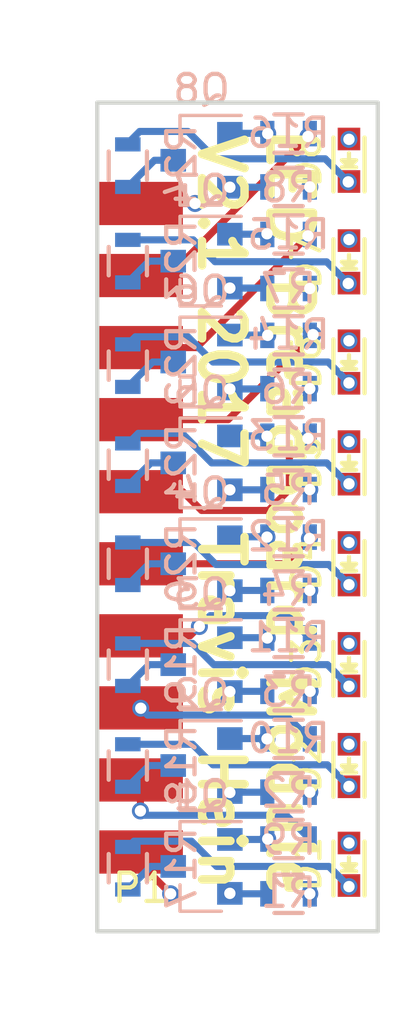
<source format=kicad_pcb>
(kicad_pcb (version 4) (host pcbnew 4.0.5)

  (general
    (links 64)
    (no_connects 0)
    (area 129.586667 76.57219 144.561 112.83561)
    (thickness 1.6)
    (drawings 5)
    (tracks 211)
    (zones 0)
    (modules 41)
    (nets 35)
  )

  (page A4)
  (layers
    (0 F.Cu signal)
    (1 In1.Cu signal)
    (2 In2.Cu signal)
    (31 B.Cu signal)
    (32 B.Adhes user)
    (33 F.Adhes user hide)
    (34 B.Paste user)
    (35 F.Paste user)
    (36 B.SilkS user)
    (37 F.SilkS user)
    (38 B.Mask user)
    (39 F.Mask user)
    (40 Dwgs.User user)
    (41 Cmts.User user)
    (42 Eco1.User user)
    (43 Eco2.User user)
    (44 Edge.Cuts user)
    (45 Margin user)
    (46 B.CrtYd user)
    (47 F.CrtYd user)
    (48 B.Fab user)
    (49 F.Fab user)
  )

  (setup
    (last_trace_width 0.25)
    (trace_clearance 0.2)
    (zone_clearance 0.508)
    (zone_45_only no)
    (trace_min 0.2)
    (segment_width 0.2)
    (edge_width 0.15)
    (via_size 0.6)
    (via_drill 0.4)
    (via_min_size 0.4)
    (via_min_drill 0.3)
    (uvia_size 0.3)
    (uvia_drill 0.1)
    (uvias_allowed no)
    (uvia_min_size 0.2)
    (uvia_min_drill 0.1)
    (pcb_text_width 0.3)
    (pcb_text_size 1.5 1.5)
    (mod_edge_width 0.15)
    (mod_text_size 1 1)
    (mod_text_width 0.15)
    (pad_size 1.524 1.524)
    (pad_drill 0.762)
    (pad_to_mask_clearance 0.2)
    (aux_axis_origin 0 0)
    (visible_elements FFFCFFFF)
    (pcbplotparams
      (layerselection 0x00030_80000001)
      (usegerberextensions false)
      (excludeedgelayer true)
      (linewidth 0.100000)
      (plotframeref false)
      (viasonmask false)
      (mode 1)
      (useauxorigin false)
      (hpglpennumber 1)
      (hpglpenspeed 20)
      (hpglpendiameter 15)
      (hpglpenoverlay 2)
      (psnegative false)
      (psa4output false)
      (plotreference true)
      (plotvalue true)
      (plotinvisibletext false)
      (padsonsilk false)
      (subtractmaskfromsilk false)
      (outputformat 1)
      (mirror false)
      (drillshape 1)
      (scaleselection 1)
      (outputdirectory ""))
  )

  (net 0 "")
  (net 1 "Net-(D2-Pad1)")
  (net 2 "Net-(D3-Pad1)")
  (net 3 "Net-(D4-Pad1)")
  (net 4 "Net-(D5-Pad1)")
  (net 5 "Net-(D6-Pad1)")
  (net 6 "Net-(D7-Pad1)")
  (net 7 "Net-(D8-Pad1)")
  (net 8 /led1)
  (net 9 /led2)
  (net 10 /led3)
  (net 11 /led4)
  (net 12 /led5)
  (net 13 /led6)
  (net 14 /led7)
  (net 15 /led8)
  (net 16 "Net-(Q1-Pad1)")
  (net 17 "Net-(Q2-Pad1)")
  (net 18 "Net-(Q3-Pad1)")
  (net 19 "Net-(Q4-Pad1)")
  (net 20 "Net-(Q5-Pad1)")
  (net 21 "Net-(Q6-Pad1)")
  (net 22 "Net-(Q7-Pad1)")
  (net 23 "Net-(Q8-Pad1)")
  (net 24 /GND)
  (net 25 /VCC)
  (net 26 "Net-(D1-Pad1)")
  (net 27 "Net-(Q1-Pad3)")
  (net 28 "Net-(Q2-Pad3)")
  (net 29 "Net-(Q3-Pad3)")
  (net 30 "Net-(Q4-Pad3)")
  (net 31 "Net-(Q5-Pad3)")
  (net 32 "Net-(Q6-Pad3)")
  (net 33 "Net-(Q7-Pad3)")
  (net 34 "Net-(Q8-Pad3)")

  (net_class Default "This is the default net class."
    (clearance 0.2)
    (trace_width 0.25)
    (via_dia 0.6)
    (via_drill 0.4)
    (uvia_dia 0.3)
    (uvia_drill 0.1)
    (add_net /GND)
    (add_net /VCC)
    (add_net /led1)
    (add_net /led2)
    (add_net /led3)
    (add_net /led4)
    (add_net /led5)
    (add_net /led6)
    (add_net /led7)
    (add_net /led8)
    (add_net "Net-(D1-Pad1)")
    (add_net "Net-(D2-Pad1)")
    (add_net "Net-(D3-Pad1)")
    (add_net "Net-(D4-Pad1)")
    (add_net "Net-(D5-Pad1)")
    (add_net "Net-(D6-Pad1)")
    (add_net "Net-(D7-Pad1)")
    (add_net "Net-(D8-Pad1)")
    (add_net "Net-(Q1-Pad1)")
    (add_net "Net-(Q1-Pad3)")
    (add_net "Net-(Q2-Pad1)")
    (add_net "Net-(Q2-Pad3)")
    (add_net "Net-(Q3-Pad1)")
    (add_net "Net-(Q3-Pad3)")
    (add_net "Net-(Q4-Pad1)")
    (add_net "Net-(Q4-Pad3)")
    (add_net "Net-(Q5-Pad1)")
    (add_net "Net-(Q5-Pad3)")
    (add_net "Net-(Q6-Pad1)")
    (add_net "Net-(Q6-Pad3)")
    (add_net "Net-(Q7-Pad1)")
    (add_net "Net-(Q7-Pad3)")
    (add_net "Net-(Q8-Pad1)")
    (add_net "Net-(Q8-Pad3)")
  )

  (module LEDs:LED_0603 (layer F.Cu) (tedit 55BDE255) (tstamp 58C0D97C)
    (at 141.986 82.296 90)
    (descr "LED 0603 smd package")
    (tags "LED led 0603 SMD smd SMT smt smdled SMDLED smtled SMTLED")
    (path /58C0F1A9)
    (attr smd)
    (fp_text reference D8 (at 0 -1.5 90) (layer F.SilkS)
      (effects (font (size 1 1) (thickness 0.15)))
    )
    (fp_text value LTST-C190EKT (at 0 1.5 90) (layer F.Fab)
      (effects (font (size 1 1) (thickness 0.15)))
    )
    (fp_line (start -0.3 -0.2) (end -0.3 0.2) (layer F.Fab) (width 0.15))
    (fp_line (start -0.2 0) (end 0.1 -0.2) (layer F.Fab) (width 0.15))
    (fp_line (start 0.1 0.2) (end -0.2 0) (layer F.Fab) (width 0.15))
    (fp_line (start 0.1 -0.2) (end 0.1 0.2) (layer F.Fab) (width 0.15))
    (fp_line (start 0.8 0.4) (end -0.8 0.4) (layer F.Fab) (width 0.15))
    (fp_line (start 0.8 -0.4) (end 0.8 0.4) (layer F.Fab) (width 0.15))
    (fp_line (start -0.8 -0.4) (end 0.8 -0.4) (layer F.Fab) (width 0.15))
    (fp_line (start -0.8 0.4) (end -0.8 -0.4) (layer F.Fab) (width 0.15))
    (fp_line (start -1.1 0.55) (end 0.8 0.55) (layer F.SilkS) (width 0.15))
    (fp_line (start -1.1 -0.55) (end 0.8 -0.55) (layer F.SilkS) (width 0.15))
    (fp_line (start -0.2 0) (end 0.25 0) (layer F.SilkS) (width 0.15))
    (fp_line (start -0.25 -0.25) (end -0.25 0.25) (layer F.SilkS) (width 0.15))
    (fp_line (start -0.25 0) (end 0 -0.25) (layer F.SilkS) (width 0.15))
    (fp_line (start 0 -0.25) (end 0 0.25) (layer F.SilkS) (width 0.15))
    (fp_line (start 0 0.25) (end -0.25 0) (layer F.SilkS) (width 0.15))
    (fp_line (start 1.4 -0.75) (end 1.4 0.75) (layer F.CrtYd) (width 0.05))
    (fp_line (start 1.4 0.75) (end -1.4 0.75) (layer F.CrtYd) (width 0.05))
    (fp_line (start -1.4 0.75) (end -1.4 -0.75) (layer F.CrtYd) (width 0.05))
    (fp_line (start -1.4 -0.75) (end 1.4 -0.75) (layer F.CrtYd) (width 0.05))
    (pad 2 smd rect (at 0.7493 0 270) (size 0.79756 0.79756) (layers F.Cu F.Paste F.Mask)
      (net 25 /VCC))
    (pad 1 smd rect (at -0.7493 0 270) (size 0.79756 0.79756) (layers F.Cu F.Paste F.Mask)
      (net 7 "Net-(D8-Pad1)"))
    (model LEDs.3dshapes/LED_0603.wrl
      (at (xyz 0 0 0))
      (scale (xyz 1 1 1))
      (rotate (xyz 0 0 180))
    )
  )

  (module LEDs:LED_0603 (layer F.Cu) (tedit 55BDE255) (tstamp 58C0D8CD)
    (at 141.986 107.1118 90)
    (descr "LED 0603 smd package")
    (tags "LED led 0603 SMD smd SMT smt smdled SMDLED smtled SMTLED")
    (path /58C0D06A)
    (attr smd)
    (fp_text reference D1 (at 0 -1.5 90) (layer F.SilkS)
      (effects (font (size 1 1) (thickness 0.15)))
    )
    (fp_text value LTST-C190EKT (at 0 1.5 90) (layer F.Fab)
      (effects (font (size 1 1) (thickness 0.15)))
    )
    (fp_line (start -0.3 -0.2) (end -0.3 0.2) (layer F.Fab) (width 0.15))
    (fp_line (start -0.2 0) (end 0.1 -0.2) (layer F.Fab) (width 0.15))
    (fp_line (start 0.1 0.2) (end -0.2 0) (layer F.Fab) (width 0.15))
    (fp_line (start 0.1 -0.2) (end 0.1 0.2) (layer F.Fab) (width 0.15))
    (fp_line (start 0.8 0.4) (end -0.8 0.4) (layer F.Fab) (width 0.15))
    (fp_line (start 0.8 -0.4) (end 0.8 0.4) (layer F.Fab) (width 0.15))
    (fp_line (start -0.8 -0.4) (end 0.8 -0.4) (layer F.Fab) (width 0.15))
    (fp_line (start -0.8 0.4) (end -0.8 -0.4) (layer F.Fab) (width 0.15))
    (fp_line (start -1.1 0.55) (end 0.8 0.55) (layer F.SilkS) (width 0.15))
    (fp_line (start -1.1 -0.55) (end 0.8 -0.55) (layer F.SilkS) (width 0.15))
    (fp_line (start -0.2 0) (end 0.25 0) (layer F.SilkS) (width 0.15))
    (fp_line (start -0.25 -0.25) (end -0.25 0.25) (layer F.SilkS) (width 0.15))
    (fp_line (start -0.25 0) (end 0 -0.25) (layer F.SilkS) (width 0.15))
    (fp_line (start 0 -0.25) (end 0 0.25) (layer F.SilkS) (width 0.15))
    (fp_line (start 0 0.25) (end -0.25 0) (layer F.SilkS) (width 0.15))
    (fp_line (start 1.4 -0.75) (end 1.4 0.75) (layer F.CrtYd) (width 0.05))
    (fp_line (start 1.4 0.75) (end -1.4 0.75) (layer F.CrtYd) (width 0.05))
    (fp_line (start -1.4 0.75) (end -1.4 -0.75) (layer F.CrtYd) (width 0.05))
    (fp_line (start -1.4 -0.75) (end 1.4 -0.75) (layer F.CrtYd) (width 0.05))
    (pad 2 smd rect (at 0.7493 0 270) (size 0.79756 0.79756) (layers F.Cu F.Paste F.Mask)
      (net 25 /VCC))
    (pad 1 smd rect (at -0.7493 0 270) (size 0.79756 0.79756) (layers F.Cu F.Paste F.Mask)
      (net 26 "Net-(D1-Pad1)"))
    (model LEDs.3dshapes/LED_0603.wrl
      (at (xyz 0 0 0))
      (scale (xyz 1 1 1))
      (rotate (xyz 0 0 180))
    )
  )

  (module LEDs:LED_0603 (layer F.Cu) (tedit 55BDE255) (tstamp 58C0D8E6)
    (at 141.986 103.632 90)
    (descr "LED 0603 smd package")
    (tags "LED led 0603 SMD smd SMT smt smdled SMDLED smtled SMTLED")
    (path /58C0E343)
    (attr smd)
    (fp_text reference D2 (at 0 -1.5 90) (layer F.SilkS)
      (effects (font (size 1 1) (thickness 0.15)))
    )
    (fp_text value LTST-C190EKT (at 0 1.5 90) (layer F.Fab)
      (effects (font (size 1 1) (thickness 0.15)))
    )
    (fp_line (start -0.3 -0.2) (end -0.3 0.2) (layer F.Fab) (width 0.15))
    (fp_line (start -0.2 0) (end 0.1 -0.2) (layer F.Fab) (width 0.15))
    (fp_line (start 0.1 0.2) (end -0.2 0) (layer F.Fab) (width 0.15))
    (fp_line (start 0.1 -0.2) (end 0.1 0.2) (layer F.Fab) (width 0.15))
    (fp_line (start 0.8 0.4) (end -0.8 0.4) (layer F.Fab) (width 0.15))
    (fp_line (start 0.8 -0.4) (end 0.8 0.4) (layer F.Fab) (width 0.15))
    (fp_line (start -0.8 -0.4) (end 0.8 -0.4) (layer F.Fab) (width 0.15))
    (fp_line (start -0.8 0.4) (end -0.8 -0.4) (layer F.Fab) (width 0.15))
    (fp_line (start -1.1 0.55) (end 0.8 0.55) (layer F.SilkS) (width 0.15))
    (fp_line (start -1.1 -0.55) (end 0.8 -0.55) (layer F.SilkS) (width 0.15))
    (fp_line (start -0.2 0) (end 0.25 0) (layer F.SilkS) (width 0.15))
    (fp_line (start -0.25 -0.25) (end -0.25 0.25) (layer F.SilkS) (width 0.15))
    (fp_line (start -0.25 0) (end 0 -0.25) (layer F.SilkS) (width 0.15))
    (fp_line (start 0 -0.25) (end 0 0.25) (layer F.SilkS) (width 0.15))
    (fp_line (start 0 0.25) (end -0.25 0) (layer F.SilkS) (width 0.15))
    (fp_line (start 1.4 -0.75) (end 1.4 0.75) (layer F.CrtYd) (width 0.05))
    (fp_line (start 1.4 0.75) (end -1.4 0.75) (layer F.CrtYd) (width 0.05))
    (fp_line (start -1.4 0.75) (end -1.4 -0.75) (layer F.CrtYd) (width 0.05))
    (fp_line (start -1.4 -0.75) (end 1.4 -0.75) (layer F.CrtYd) (width 0.05))
    (pad 2 smd rect (at 0.7493 0 270) (size 0.79756 0.79756) (layers F.Cu F.Paste F.Mask)
      (net 25 /VCC))
    (pad 1 smd rect (at -0.7493 0 270) (size 0.79756 0.79756) (layers F.Cu F.Paste F.Mask)
      (net 1 "Net-(D2-Pad1)"))
    (model LEDs.3dshapes/LED_0603.wrl
      (at (xyz 0 0 0))
      (scale (xyz 1 1 1))
      (rotate (xyz 0 0 180))
    )
  )

  (module LEDs:LED_0603 (layer F.Cu) (tedit 55BDE255) (tstamp 58C0D8FF)
    (at 141.986 100.076 90)
    (descr "LED 0603 smd package")
    (tags "LED led 0603 SMD smd SMT smt smdled SMDLED smtled SMTLED")
    (path /58C0E6E7)
    (attr smd)
    (fp_text reference D3 (at 0 -1.5 90) (layer F.SilkS)
      (effects (font (size 1 1) (thickness 0.15)))
    )
    (fp_text value LTST-C190EKT (at 0 1.5 90) (layer F.Fab)
      (effects (font (size 1 1) (thickness 0.15)))
    )
    (fp_line (start -0.3 -0.2) (end -0.3 0.2) (layer F.Fab) (width 0.15))
    (fp_line (start -0.2 0) (end 0.1 -0.2) (layer F.Fab) (width 0.15))
    (fp_line (start 0.1 0.2) (end -0.2 0) (layer F.Fab) (width 0.15))
    (fp_line (start 0.1 -0.2) (end 0.1 0.2) (layer F.Fab) (width 0.15))
    (fp_line (start 0.8 0.4) (end -0.8 0.4) (layer F.Fab) (width 0.15))
    (fp_line (start 0.8 -0.4) (end 0.8 0.4) (layer F.Fab) (width 0.15))
    (fp_line (start -0.8 -0.4) (end 0.8 -0.4) (layer F.Fab) (width 0.15))
    (fp_line (start -0.8 0.4) (end -0.8 -0.4) (layer F.Fab) (width 0.15))
    (fp_line (start -1.1 0.55) (end 0.8 0.55) (layer F.SilkS) (width 0.15))
    (fp_line (start -1.1 -0.55) (end 0.8 -0.55) (layer F.SilkS) (width 0.15))
    (fp_line (start -0.2 0) (end 0.25 0) (layer F.SilkS) (width 0.15))
    (fp_line (start -0.25 -0.25) (end -0.25 0.25) (layer F.SilkS) (width 0.15))
    (fp_line (start -0.25 0) (end 0 -0.25) (layer F.SilkS) (width 0.15))
    (fp_line (start 0 -0.25) (end 0 0.25) (layer F.SilkS) (width 0.15))
    (fp_line (start 0 0.25) (end -0.25 0) (layer F.SilkS) (width 0.15))
    (fp_line (start 1.4 -0.75) (end 1.4 0.75) (layer F.CrtYd) (width 0.05))
    (fp_line (start 1.4 0.75) (end -1.4 0.75) (layer F.CrtYd) (width 0.05))
    (fp_line (start -1.4 0.75) (end -1.4 -0.75) (layer F.CrtYd) (width 0.05))
    (fp_line (start -1.4 -0.75) (end 1.4 -0.75) (layer F.CrtYd) (width 0.05))
    (pad 2 smd rect (at 0.7493 0 270) (size 0.79756 0.79756) (layers F.Cu F.Paste F.Mask)
      (net 25 /VCC))
    (pad 1 smd rect (at -0.7493 0 270) (size 0.79756 0.79756) (layers F.Cu F.Paste F.Mask)
      (net 2 "Net-(D3-Pad1)"))
    (model LEDs.3dshapes/LED_0603.wrl
      (at (xyz 0 0 0))
      (scale (xyz 1 1 1))
      (rotate (xyz 0 0 180))
    )
  )

  (module LEDs:LED_0603 (layer F.Cu) (tedit 55BDE255) (tstamp 58C0D918)
    (at 141.986 96.52 90)
    (descr "LED 0603 smd package")
    (tags "LED led 0603 SMD smd SMT smt smdled SMDLED smtled SMTLED")
    (path /58C0E70D)
    (attr smd)
    (fp_text reference D4 (at 0 -1.5 90) (layer F.SilkS)
      (effects (font (size 1 1) (thickness 0.15)))
    )
    (fp_text value LTST-C190EKT (at 0 1.5 90) (layer F.Fab)
      (effects (font (size 1 1) (thickness 0.15)))
    )
    (fp_line (start -0.3 -0.2) (end -0.3 0.2) (layer F.Fab) (width 0.15))
    (fp_line (start -0.2 0) (end 0.1 -0.2) (layer F.Fab) (width 0.15))
    (fp_line (start 0.1 0.2) (end -0.2 0) (layer F.Fab) (width 0.15))
    (fp_line (start 0.1 -0.2) (end 0.1 0.2) (layer F.Fab) (width 0.15))
    (fp_line (start 0.8 0.4) (end -0.8 0.4) (layer F.Fab) (width 0.15))
    (fp_line (start 0.8 -0.4) (end 0.8 0.4) (layer F.Fab) (width 0.15))
    (fp_line (start -0.8 -0.4) (end 0.8 -0.4) (layer F.Fab) (width 0.15))
    (fp_line (start -0.8 0.4) (end -0.8 -0.4) (layer F.Fab) (width 0.15))
    (fp_line (start -1.1 0.55) (end 0.8 0.55) (layer F.SilkS) (width 0.15))
    (fp_line (start -1.1 -0.55) (end 0.8 -0.55) (layer F.SilkS) (width 0.15))
    (fp_line (start -0.2 0) (end 0.25 0) (layer F.SilkS) (width 0.15))
    (fp_line (start -0.25 -0.25) (end -0.25 0.25) (layer F.SilkS) (width 0.15))
    (fp_line (start -0.25 0) (end 0 -0.25) (layer F.SilkS) (width 0.15))
    (fp_line (start 0 -0.25) (end 0 0.25) (layer F.SilkS) (width 0.15))
    (fp_line (start 0 0.25) (end -0.25 0) (layer F.SilkS) (width 0.15))
    (fp_line (start 1.4 -0.75) (end 1.4 0.75) (layer F.CrtYd) (width 0.05))
    (fp_line (start 1.4 0.75) (end -1.4 0.75) (layer F.CrtYd) (width 0.05))
    (fp_line (start -1.4 0.75) (end -1.4 -0.75) (layer F.CrtYd) (width 0.05))
    (fp_line (start -1.4 -0.75) (end 1.4 -0.75) (layer F.CrtYd) (width 0.05))
    (pad 2 smd rect (at 0.7493 0 270) (size 0.79756 0.79756) (layers F.Cu F.Paste F.Mask)
      (net 25 /VCC))
    (pad 1 smd rect (at -0.7493 0 270) (size 0.79756 0.79756) (layers F.Cu F.Paste F.Mask)
      (net 3 "Net-(D4-Pad1)"))
    (model LEDs.3dshapes/LED_0603.wrl
      (at (xyz 0 0 0))
      (scale (xyz 1 1 1))
      (rotate (xyz 0 0 180))
    )
  )

  (module LEDs:LED_0603 (layer F.Cu) (tedit 55BDE255) (tstamp 58C0D931)
    (at 141.986 92.964 90)
    (descr "LED 0603 smd package")
    (tags "LED led 0603 SMD smd SMT smt smdled SMDLED smtled SMTLED")
    (path /58C0F137)
    (attr smd)
    (fp_text reference D5 (at 0 -1.5 90) (layer F.SilkS)
      (effects (font (size 1 1) (thickness 0.15)))
    )
    (fp_text value LTST-C190EKT (at 0 1.5 90) (layer F.Fab)
      (effects (font (size 1 1) (thickness 0.15)))
    )
    (fp_line (start -0.3 -0.2) (end -0.3 0.2) (layer F.Fab) (width 0.15))
    (fp_line (start -0.2 0) (end 0.1 -0.2) (layer F.Fab) (width 0.15))
    (fp_line (start 0.1 0.2) (end -0.2 0) (layer F.Fab) (width 0.15))
    (fp_line (start 0.1 -0.2) (end 0.1 0.2) (layer F.Fab) (width 0.15))
    (fp_line (start 0.8 0.4) (end -0.8 0.4) (layer F.Fab) (width 0.15))
    (fp_line (start 0.8 -0.4) (end 0.8 0.4) (layer F.Fab) (width 0.15))
    (fp_line (start -0.8 -0.4) (end 0.8 -0.4) (layer F.Fab) (width 0.15))
    (fp_line (start -0.8 0.4) (end -0.8 -0.4) (layer F.Fab) (width 0.15))
    (fp_line (start -1.1 0.55) (end 0.8 0.55) (layer F.SilkS) (width 0.15))
    (fp_line (start -1.1 -0.55) (end 0.8 -0.55) (layer F.SilkS) (width 0.15))
    (fp_line (start -0.2 0) (end 0.25 0) (layer F.SilkS) (width 0.15))
    (fp_line (start -0.25 -0.25) (end -0.25 0.25) (layer F.SilkS) (width 0.15))
    (fp_line (start -0.25 0) (end 0 -0.25) (layer F.SilkS) (width 0.15))
    (fp_line (start 0 -0.25) (end 0 0.25) (layer F.SilkS) (width 0.15))
    (fp_line (start 0 0.25) (end -0.25 0) (layer F.SilkS) (width 0.15))
    (fp_line (start 1.4 -0.75) (end 1.4 0.75) (layer F.CrtYd) (width 0.05))
    (fp_line (start 1.4 0.75) (end -1.4 0.75) (layer F.CrtYd) (width 0.05))
    (fp_line (start -1.4 0.75) (end -1.4 -0.75) (layer F.CrtYd) (width 0.05))
    (fp_line (start -1.4 -0.75) (end 1.4 -0.75) (layer F.CrtYd) (width 0.05))
    (pad 2 smd rect (at 0.7493 0 270) (size 0.79756 0.79756) (layers F.Cu F.Paste F.Mask)
      (net 25 /VCC))
    (pad 1 smd rect (at -0.7493 0 270) (size 0.79756 0.79756) (layers F.Cu F.Paste F.Mask)
      (net 4 "Net-(D5-Pad1)"))
    (model LEDs.3dshapes/LED_0603.wrl
      (at (xyz 0 0 0))
      (scale (xyz 1 1 1))
      (rotate (xyz 0 0 180))
    )
  )

  (module LEDs:LED_0603 (layer F.Cu) (tedit 55BDE255) (tstamp 58C0D94A)
    (at 141.986 89.408 90)
    (descr "LED 0603 smd package")
    (tags "LED led 0603 SMD smd SMT smt smdled SMDLED smtled SMTLED")
    (path /58C0F15D)
    (attr smd)
    (fp_text reference D6 (at 0 -1.5 90) (layer F.SilkS)
      (effects (font (size 1 1) (thickness 0.15)))
    )
    (fp_text value LTST-C190EKT (at 0 1.5 90) (layer F.Fab)
      (effects (font (size 1 1) (thickness 0.15)))
    )
    (fp_line (start -0.3 -0.2) (end -0.3 0.2) (layer F.Fab) (width 0.15))
    (fp_line (start -0.2 0) (end 0.1 -0.2) (layer F.Fab) (width 0.15))
    (fp_line (start 0.1 0.2) (end -0.2 0) (layer F.Fab) (width 0.15))
    (fp_line (start 0.1 -0.2) (end 0.1 0.2) (layer F.Fab) (width 0.15))
    (fp_line (start 0.8 0.4) (end -0.8 0.4) (layer F.Fab) (width 0.15))
    (fp_line (start 0.8 -0.4) (end 0.8 0.4) (layer F.Fab) (width 0.15))
    (fp_line (start -0.8 -0.4) (end 0.8 -0.4) (layer F.Fab) (width 0.15))
    (fp_line (start -0.8 0.4) (end -0.8 -0.4) (layer F.Fab) (width 0.15))
    (fp_line (start -1.1 0.55) (end 0.8 0.55) (layer F.SilkS) (width 0.15))
    (fp_line (start -1.1 -0.55) (end 0.8 -0.55) (layer F.SilkS) (width 0.15))
    (fp_line (start -0.2 0) (end 0.25 0) (layer F.SilkS) (width 0.15))
    (fp_line (start -0.25 -0.25) (end -0.25 0.25) (layer F.SilkS) (width 0.15))
    (fp_line (start -0.25 0) (end 0 -0.25) (layer F.SilkS) (width 0.15))
    (fp_line (start 0 -0.25) (end 0 0.25) (layer F.SilkS) (width 0.15))
    (fp_line (start 0 0.25) (end -0.25 0) (layer F.SilkS) (width 0.15))
    (fp_line (start 1.4 -0.75) (end 1.4 0.75) (layer F.CrtYd) (width 0.05))
    (fp_line (start 1.4 0.75) (end -1.4 0.75) (layer F.CrtYd) (width 0.05))
    (fp_line (start -1.4 0.75) (end -1.4 -0.75) (layer F.CrtYd) (width 0.05))
    (fp_line (start -1.4 -0.75) (end 1.4 -0.75) (layer F.CrtYd) (width 0.05))
    (pad 2 smd rect (at 0.7493 0 270) (size 0.79756 0.79756) (layers F.Cu F.Paste F.Mask)
      (net 25 /VCC))
    (pad 1 smd rect (at -0.7493 0 270) (size 0.79756 0.79756) (layers F.Cu F.Paste F.Mask)
      (net 5 "Net-(D6-Pad1)"))
    (model LEDs.3dshapes/LED_0603.wrl
      (at (xyz 0 0 0))
      (scale (xyz 1 1 1))
      (rotate (xyz 0 0 180))
    )
  )

  (module LEDs:LED_0603 (layer F.Cu) (tedit 55BDE255) (tstamp 58C0D963)
    (at 141.986 85.8774 90)
    (descr "LED 0603 smd package")
    (tags "LED led 0603 SMD smd SMT smt smdled SMDLED smtled SMTLED")
    (path /58C0F183)
    (attr smd)
    (fp_text reference D7 (at 0 -1.5 90) (layer F.SilkS)
      (effects (font (size 1 1) (thickness 0.15)))
    )
    (fp_text value LTST-C190EKT (at 0 1.5 90) (layer F.Fab)
      (effects (font (size 1 1) (thickness 0.15)))
    )
    (fp_line (start -0.3 -0.2) (end -0.3 0.2) (layer F.Fab) (width 0.15))
    (fp_line (start -0.2 0) (end 0.1 -0.2) (layer F.Fab) (width 0.15))
    (fp_line (start 0.1 0.2) (end -0.2 0) (layer F.Fab) (width 0.15))
    (fp_line (start 0.1 -0.2) (end 0.1 0.2) (layer F.Fab) (width 0.15))
    (fp_line (start 0.8 0.4) (end -0.8 0.4) (layer F.Fab) (width 0.15))
    (fp_line (start 0.8 -0.4) (end 0.8 0.4) (layer F.Fab) (width 0.15))
    (fp_line (start -0.8 -0.4) (end 0.8 -0.4) (layer F.Fab) (width 0.15))
    (fp_line (start -0.8 0.4) (end -0.8 -0.4) (layer F.Fab) (width 0.15))
    (fp_line (start -1.1 0.55) (end 0.8 0.55) (layer F.SilkS) (width 0.15))
    (fp_line (start -1.1 -0.55) (end 0.8 -0.55) (layer F.SilkS) (width 0.15))
    (fp_line (start -0.2 0) (end 0.25 0) (layer F.SilkS) (width 0.15))
    (fp_line (start -0.25 -0.25) (end -0.25 0.25) (layer F.SilkS) (width 0.15))
    (fp_line (start -0.25 0) (end 0 -0.25) (layer F.SilkS) (width 0.15))
    (fp_line (start 0 -0.25) (end 0 0.25) (layer F.SilkS) (width 0.15))
    (fp_line (start 0 0.25) (end -0.25 0) (layer F.SilkS) (width 0.15))
    (fp_line (start 1.4 -0.75) (end 1.4 0.75) (layer F.CrtYd) (width 0.05))
    (fp_line (start 1.4 0.75) (end -1.4 0.75) (layer F.CrtYd) (width 0.05))
    (fp_line (start -1.4 0.75) (end -1.4 -0.75) (layer F.CrtYd) (width 0.05))
    (fp_line (start -1.4 -0.75) (end 1.4 -0.75) (layer F.CrtYd) (width 0.05))
    (pad 2 smd rect (at 0.7493 0 270) (size 0.79756 0.79756) (layers F.Cu F.Paste F.Mask)
      (net 25 /VCC))
    (pad 1 smd rect (at -0.7493 0 270) (size 0.79756 0.79756) (layers F.Cu F.Paste F.Mask)
      (net 6 "Net-(D7-Pad1)"))
    (model LEDs.3dshapes/LED_0603.wrl
      (at (xyz 0 0 0))
      (scale (xyz 1 1 1))
      (rotate (xyz 0 0 180))
    )
  )

  (module TO_SOT_Packages_SMD:SOT-23 (layer B.Cu) (tedit 583F39EB) (tstamp 58C0D9A5)
    (at 136.779 107.188 180)
    (descr "SOT-23, Standard")
    (tags SOT-23)
    (path /58C0D04E)
    (attr smd)
    (fp_text reference Q1 (at 0 2.5 180) (layer B.SilkS)
      (effects (font (size 1 1) (thickness 0.15)) (justify mirror))
    )
    (fp_text value MMBT3904L (at 0 -2.5 180) (layer B.Fab)
      (effects (font (size 1 1) (thickness 0.15)) (justify mirror))
    )
    (fp_line (start 0.76 -1.58) (end 0.76 -0.65) (layer B.SilkS) (width 0.12))
    (fp_line (start 0.76 1.58) (end 0.76 0.65) (layer B.SilkS) (width 0.12))
    (fp_line (start 0.7 1.52) (end 0.7 -1.52) (layer B.Fab) (width 0.15))
    (fp_line (start -0.7 -1.52) (end 0.7 -1.52) (layer B.Fab) (width 0.15))
    (fp_line (start -1.7 1.75) (end 1.7 1.75) (layer B.CrtYd) (width 0.05))
    (fp_line (start 1.7 1.75) (end 1.7 -1.75) (layer B.CrtYd) (width 0.05))
    (fp_line (start 1.7 -1.75) (end -1.7 -1.75) (layer B.CrtYd) (width 0.05))
    (fp_line (start -1.7 -1.75) (end -1.7 1.75) (layer B.CrtYd) (width 0.05))
    (fp_line (start 0.76 1.58) (end -1.4 1.58) (layer B.SilkS) (width 0.12))
    (fp_line (start -0.7 1.52) (end 0.7 1.52) (layer B.Fab) (width 0.15))
    (fp_line (start -0.7 1.52) (end -0.7 -1.52) (layer B.Fab) (width 0.15))
    (fp_line (start 0.76 -1.58) (end -0.7 -1.58) (layer B.SilkS) (width 0.12))
    (pad 1 smd rect (at -1 0.95 180) (size 0.9 0.8) (layers B.Cu B.Paste B.Mask)
      (net 16 "Net-(Q1-Pad1)"))
    (pad 2 smd rect (at -1 -0.95 180) (size 0.9 0.8) (layers B.Cu B.Paste B.Mask)
      (net 24 /GND))
    (pad 3 smd rect (at 1 0 180) (size 0.9 0.8) (layers B.Cu B.Paste B.Mask)
      (net 27 "Net-(Q1-Pad3)"))
    (model TO_SOT_Packages_SMD.3dshapes/SOT-23.wrl
      (at (xyz 0 0 0))
      (scale (xyz 1 1 1))
      (rotate (xyz 0 0 90))
    )
  )

  (module TO_SOT_Packages_SMD:SOT-23 (layer B.Cu) (tedit 583F39EB) (tstamp 58C0D9B8)
    (at 136.779 103.632 180)
    (descr "SOT-23, Standard")
    (tags SOT-23)
    (path /58C0E33D)
    (attr smd)
    (fp_text reference Q2 (at 0 2.5 180) (layer B.SilkS)
      (effects (font (size 1 1) (thickness 0.15)) (justify mirror))
    )
    (fp_text value MMBT3904L (at 0 -2.5 180) (layer B.Fab)
      (effects (font (size 1 1) (thickness 0.15)) (justify mirror))
    )
    (fp_line (start 0.76 -1.58) (end 0.76 -0.65) (layer B.SilkS) (width 0.12))
    (fp_line (start 0.76 1.58) (end 0.76 0.65) (layer B.SilkS) (width 0.12))
    (fp_line (start 0.7 1.52) (end 0.7 -1.52) (layer B.Fab) (width 0.15))
    (fp_line (start -0.7 -1.52) (end 0.7 -1.52) (layer B.Fab) (width 0.15))
    (fp_line (start -1.7 1.75) (end 1.7 1.75) (layer B.CrtYd) (width 0.05))
    (fp_line (start 1.7 1.75) (end 1.7 -1.75) (layer B.CrtYd) (width 0.05))
    (fp_line (start 1.7 -1.75) (end -1.7 -1.75) (layer B.CrtYd) (width 0.05))
    (fp_line (start -1.7 -1.75) (end -1.7 1.75) (layer B.CrtYd) (width 0.05))
    (fp_line (start 0.76 1.58) (end -1.4 1.58) (layer B.SilkS) (width 0.12))
    (fp_line (start -0.7 1.52) (end 0.7 1.52) (layer B.Fab) (width 0.15))
    (fp_line (start -0.7 1.52) (end -0.7 -1.52) (layer B.Fab) (width 0.15))
    (fp_line (start 0.76 -1.58) (end -0.7 -1.58) (layer B.SilkS) (width 0.12))
    (pad 1 smd rect (at -1 0.95 180) (size 0.9 0.8) (layers B.Cu B.Paste B.Mask)
      (net 17 "Net-(Q2-Pad1)"))
    (pad 2 smd rect (at -1 -0.95 180) (size 0.9 0.8) (layers B.Cu B.Paste B.Mask)
      (net 24 /GND))
    (pad 3 smd rect (at 1 0 180) (size 0.9 0.8) (layers B.Cu B.Paste B.Mask)
      (net 28 "Net-(Q2-Pad3)"))
    (model TO_SOT_Packages_SMD.3dshapes/SOT-23.wrl
      (at (xyz 0 0 0))
      (scale (xyz 1 1 1))
      (rotate (xyz 0 0 90))
    )
  )

  (module TO_SOT_Packages_SMD:SOT-23 (layer B.Cu) (tedit 583F39EB) (tstamp 58C0D9CB)
    (at 136.779 100.076 180)
    (descr "SOT-23, Standard")
    (tags SOT-23)
    (path /58C0E6E1)
    (attr smd)
    (fp_text reference Q3 (at 0 2.5 180) (layer B.SilkS)
      (effects (font (size 1 1) (thickness 0.15)) (justify mirror))
    )
    (fp_text value MMBT3904L (at 0 -2.5 180) (layer B.Fab)
      (effects (font (size 1 1) (thickness 0.15)) (justify mirror))
    )
    (fp_line (start 0.76 -1.58) (end 0.76 -0.65) (layer B.SilkS) (width 0.12))
    (fp_line (start 0.76 1.58) (end 0.76 0.65) (layer B.SilkS) (width 0.12))
    (fp_line (start 0.7 1.52) (end 0.7 -1.52) (layer B.Fab) (width 0.15))
    (fp_line (start -0.7 -1.52) (end 0.7 -1.52) (layer B.Fab) (width 0.15))
    (fp_line (start -1.7 1.75) (end 1.7 1.75) (layer B.CrtYd) (width 0.05))
    (fp_line (start 1.7 1.75) (end 1.7 -1.75) (layer B.CrtYd) (width 0.05))
    (fp_line (start 1.7 -1.75) (end -1.7 -1.75) (layer B.CrtYd) (width 0.05))
    (fp_line (start -1.7 -1.75) (end -1.7 1.75) (layer B.CrtYd) (width 0.05))
    (fp_line (start 0.76 1.58) (end -1.4 1.58) (layer B.SilkS) (width 0.12))
    (fp_line (start -0.7 1.52) (end 0.7 1.52) (layer B.Fab) (width 0.15))
    (fp_line (start -0.7 1.52) (end -0.7 -1.52) (layer B.Fab) (width 0.15))
    (fp_line (start 0.76 -1.58) (end -0.7 -1.58) (layer B.SilkS) (width 0.12))
    (pad 1 smd rect (at -1 0.95 180) (size 0.9 0.8) (layers B.Cu B.Paste B.Mask)
      (net 18 "Net-(Q3-Pad1)"))
    (pad 2 smd rect (at -1 -0.95 180) (size 0.9 0.8) (layers B.Cu B.Paste B.Mask)
      (net 24 /GND))
    (pad 3 smd rect (at 1 0 180) (size 0.9 0.8) (layers B.Cu B.Paste B.Mask)
      (net 29 "Net-(Q3-Pad3)"))
    (model TO_SOT_Packages_SMD.3dshapes/SOT-23.wrl
      (at (xyz 0 0 0))
      (scale (xyz 1 1 1))
      (rotate (xyz 0 0 90))
    )
  )

  (module TO_SOT_Packages_SMD:SOT-23 (layer B.Cu) (tedit 583F39EB) (tstamp 58C0D9DE)
    (at 136.779 96.52 180)
    (descr "SOT-23, Standard")
    (tags SOT-23)
    (path /58C0E707)
    (attr smd)
    (fp_text reference Q4 (at 0 2.5 180) (layer B.SilkS)
      (effects (font (size 1 1) (thickness 0.15)) (justify mirror))
    )
    (fp_text value MMBT3904L (at 0 -2.5 180) (layer B.Fab)
      (effects (font (size 1 1) (thickness 0.15)) (justify mirror))
    )
    (fp_line (start 0.76 -1.58) (end 0.76 -0.65) (layer B.SilkS) (width 0.12))
    (fp_line (start 0.76 1.58) (end 0.76 0.65) (layer B.SilkS) (width 0.12))
    (fp_line (start 0.7 1.52) (end 0.7 -1.52) (layer B.Fab) (width 0.15))
    (fp_line (start -0.7 -1.52) (end 0.7 -1.52) (layer B.Fab) (width 0.15))
    (fp_line (start -1.7 1.75) (end 1.7 1.75) (layer B.CrtYd) (width 0.05))
    (fp_line (start 1.7 1.75) (end 1.7 -1.75) (layer B.CrtYd) (width 0.05))
    (fp_line (start 1.7 -1.75) (end -1.7 -1.75) (layer B.CrtYd) (width 0.05))
    (fp_line (start -1.7 -1.75) (end -1.7 1.75) (layer B.CrtYd) (width 0.05))
    (fp_line (start 0.76 1.58) (end -1.4 1.58) (layer B.SilkS) (width 0.12))
    (fp_line (start -0.7 1.52) (end 0.7 1.52) (layer B.Fab) (width 0.15))
    (fp_line (start -0.7 1.52) (end -0.7 -1.52) (layer B.Fab) (width 0.15))
    (fp_line (start 0.76 -1.58) (end -0.7 -1.58) (layer B.SilkS) (width 0.12))
    (pad 1 smd rect (at -1 0.95 180) (size 0.9 0.8) (layers B.Cu B.Paste B.Mask)
      (net 19 "Net-(Q4-Pad1)"))
    (pad 2 smd rect (at -1 -0.95 180) (size 0.9 0.8) (layers B.Cu B.Paste B.Mask)
      (net 24 /GND))
    (pad 3 smd rect (at 1 0 180) (size 0.9 0.8) (layers B.Cu B.Paste B.Mask)
      (net 30 "Net-(Q4-Pad3)"))
    (model TO_SOT_Packages_SMD.3dshapes/SOT-23.wrl
      (at (xyz 0 0 0))
      (scale (xyz 1 1 1))
      (rotate (xyz 0 0 90))
    )
  )

  (module TO_SOT_Packages_SMD:SOT-23 (layer B.Cu) (tedit 583F39EB) (tstamp 58C0D9F1)
    (at 136.779 92.964 180)
    (descr "SOT-23, Standard")
    (tags SOT-23)
    (path /58C0F131)
    (attr smd)
    (fp_text reference Q5 (at 0 2.5 180) (layer B.SilkS)
      (effects (font (size 1 1) (thickness 0.15)) (justify mirror))
    )
    (fp_text value MMBT3904L (at 0 -2.5 180) (layer B.Fab)
      (effects (font (size 1 1) (thickness 0.15)) (justify mirror))
    )
    (fp_line (start 0.76 -1.58) (end 0.76 -0.65) (layer B.SilkS) (width 0.12))
    (fp_line (start 0.76 1.58) (end 0.76 0.65) (layer B.SilkS) (width 0.12))
    (fp_line (start 0.7 1.52) (end 0.7 -1.52) (layer B.Fab) (width 0.15))
    (fp_line (start -0.7 -1.52) (end 0.7 -1.52) (layer B.Fab) (width 0.15))
    (fp_line (start -1.7 1.75) (end 1.7 1.75) (layer B.CrtYd) (width 0.05))
    (fp_line (start 1.7 1.75) (end 1.7 -1.75) (layer B.CrtYd) (width 0.05))
    (fp_line (start 1.7 -1.75) (end -1.7 -1.75) (layer B.CrtYd) (width 0.05))
    (fp_line (start -1.7 -1.75) (end -1.7 1.75) (layer B.CrtYd) (width 0.05))
    (fp_line (start 0.76 1.58) (end -1.4 1.58) (layer B.SilkS) (width 0.12))
    (fp_line (start -0.7 1.52) (end 0.7 1.52) (layer B.Fab) (width 0.15))
    (fp_line (start -0.7 1.52) (end -0.7 -1.52) (layer B.Fab) (width 0.15))
    (fp_line (start 0.76 -1.58) (end -0.7 -1.58) (layer B.SilkS) (width 0.12))
    (pad 1 smd rect (at -1 0.95 180) (size 0.9 0.8) (layers B.Cu B.Paste B.Mask)
      (net 20 "Net-(Q5-Pad1)"))
    (pad 2 smd rect (at -1 -0.95 180) (size 0.9 0.8) (layers B.Cu B.Paste B.Mask)
      (net 24 /GND))
    (pad 3 smd rect (at 1 0 180) (size 0.9 0.8) (layers B.Cu B.Paste B.Mask)
      (net 31 "Net-(Q5-Pad3)"))
    (model TO_SOT_Packages_SMD.3dshapes/SOT-23.wrl
      (at (xyz 0 0 0))
      (scale (xyz 1 1 1))
      (rotate (xyz 0 0 90))
    )
  )

  (module TO_SOT_Packages_SMD:SOT-23 (layer B.Cu) (tedit 583F39EB) (tstamp 58C0DA04)
    (at 136.779 89.408 180)
    (descr "SOT-23, Standard")
    (tags SOT-23)
    (path /58C0F157)
    (attr smd)
    (fp_text reference Q6 (at 0 2.5 180) (layer B.SilkS)
      (effects (font (size 1 1) (thickness 0.15)) (justify mirror))
    )
    (fp_text value MMBT3904L (at 0 -2.5 180) (layer B.Fab)
      (effects (font (size 1 1) (thickness 0.15)) (justify mirror))
    )
    (fp_line (start 0.76 -1.58) (end 0.76 -0.65) (layer B.SilkS) (width 0.12))
    (fp_line (start 0.76 1.58) (end 0.76 0.65) (layer B.SilkS) (width 0.12))
    (fp_line (start 0.7 1.52) (end 0.7 -1.52) (layer B.Fab) (width 0.15))
    (fp_line (start -0.7 -1.52) (end 0.7 -1.52) (layer B.Fab) (width 0.15))
    (fp_line (start -1.7 1.75) (end 1.7 1.75) (layer B.CrtYd) (width 0.05))
    (fp_line (start 1.7 1.75) (end 1.7 -1.75) (layer B.CrtYd) (width 0.05))
    (fp_line (start 1.7 -1.75) (end -1.7 -1.75) (layer B.CrtYd) (width 0.05))
    (fp_line (start -1.7 -1.75) (end -1.7 1.75) (layer B.CrtYd) (width 0.05))
    (fp_line (start 0.76 1.58) (end -1.4 1.58) (layer B.SilkS) (width 0.12))
    (fp_line (start -0.7 1.52) (end 0.7 1.52) (layer B.Fab) (width 0.15))
    (fp_line (start -0.7 1.52) (end -0.7 -1.52) (layer B.Fab) (width 0.15))
    (fp_line (start 0.76 -1.58) (end -0.7 -1.58) (layer B.SilkS) (width 0.12))
    (pad 1 smd rect (at -1 0.95 180) (size 0.9 0.8) (layers B.Cu B.Paste B.Mask)
      (net 21 "Net-(Q6-Pad1)"))
    (pad 2 smd rect (at -1 -0.95 180) (size 0.9 0.8) (layers B.Cu B.Paste B.Mask)
      (net 24 /GND))
    (pad 3 smd rect (at 1 0 180) (size 0.9 0.8) (layers B.Cu B.Paste B.Mask)
      (net 32 "Net-(Q6-Pad3)"))
    (model TO_SOT_Packages_SMD.3dshapes/SOT-23.wrl
      (at (xyz 0 0 0))
      (scale (xyz 1 1 1))
      (rotate (xyz 0 0 90))
    )
  )

  (module TO_SOT_Packages_SMD:SOT-23 (layer B.Cu) (tedit 583F39EB) (tstamp 58C0DA17)
    (at 136.779 85.852 180)
    (descr "SOT-23, Standard")
    (tags SOT-23)
    (path /58C0F17D)
    (attr smd)
    (fp_text reference Q7 (at 0 2.5 180) (layer B.SilkS)
      (effects (font (size 1 1) (thickness 0.15)) (justify mirror))
    )
    (fp_text value MMBT3904L (at 0 -2.5 180) (layer B.Fab)
      (effects (font (size 1 1) (thickness 0.15)) (justify mirror))
    )
    (fp_line (start 0.76 -1.58) (end 0.76 -0.65) (layer B.SilkS) (width 0.12))
    (fp_line (start 0.76 1.58) (end 0.76 0.65) (layer B.SilkS) (width 0.12))
    (fp_line (start 0.7 1.52) (end 0.7 -1.52) (layer B.Fab) (width 0.15))
    (fp_line (start -0.7 -1.52) (end 0.7 -1.52) (layer B.Fab) (width 0.15))
    (fp_line (start -1.7 1.75) (end 1.7 1.75) (layer B.CrtYd) (width 0.05))
    (fp_line (start 1.7 1.75) (end 1.7 -1.75) (layer B.CrtYd) (width 0.05))
    (fp_line (start 1.7 -1.75) (end -1.7 -1.75) (layer B.CrtYd) (width 0.05))
    (fp_line (start -1.7 -1.75) (end -1.7 1.75) (layer B.CrtYd) (width 0.05))
    (fp_line (start 0.76 1.58) (end -1.4 1.58) (layer B.SilkS) (width 0.12))
    (fp_line (start -0.7 1.52) (end 0.7 1.52) (layer B.Fab) (width 0.15))
    (fp_line (start -0.7 1.52) (end -0.7 -1.52) (layer B.Fab) (width 0.15))
    (fp_line (start 0.76 -1.58) (end -0.7 -1.58) (layer B.SilkS) (width 0.12))
    (pad 1 smd rect (at -1 0.95 180) (size 0.9 0.8) (layers B.Cu B.Paste B.Mask)
      (net 22 "Net-(Q7-Pad1)"))
    (pad 2 smd rect (at -1 -0.95 180) (size 0.9 0.8) (layers B.Cu B.Paste B.Mask)
      (net 24 /GND))
    (pad 3 smd rect (at 1 0 180) (size 0.9 0.8) (layers B.Cu B.Paste B.Mask)
      (net 33 "Net-(Q7-Pad3)"))
    (model TO_SOT_Packages_SMD.3dshapes/SOT-23.wrl
      (at (xyz 0 0 0))
      (scale (xyz 1 1 1))
      (rotate (xyz 0 0 90))
    )
  )

  (module TO_SOT_Packages_SMD:SOT-23 (layer B.Cu) (tedit 583F39EB) (tstamp 58C0DA2A)
    (at 136.779 82.296 180)
    (descr "SOT-23, Standard")
    (tags SOT-23)
    (path /58C0F1A3)
    (attr smd)
    (fp_text reference Q8 (at 0 2.5 180) (layer B.SilkS)
      (effects (font (size 1 1) (thickness 0.15)) (justify mirror))
    )
    (fp_text value MMBT3904L (at 0 -2.5 180) (layer B.Fab)
      (effects (font (size 1 1) (thickness 0.15)) (justify mirror))
    )
    (fp_line (start 0.76 -1.58) (end 0.76 -0.65) (layer B.SilkS) (width 0.12))
    (fp_line (start 0.76 1.58) (end 0.76 0.65) (layer B.SilkS) (width 0.12))
    (fp_line (start 0.7 1.52) (end 0.7 -1.52) (layer B.Fab) (width 0.15))
    (fp_line (start -0.7 -1.52) (end 0.7 -1.52) (layer B.Fab) (width 0.15))
    (fp_line (start -1.7 1.75) (end 1.7 1.75) (layer B.CrtYd) (width 0.05))
    (fp_line (start 1.7 1.75) (end 1.7 -1.75) (layer B.CrtYd) (width 0.05))
    (fp_line (start 1.7 -1.75) (end -1.7 -1.75) (layer B.CrtYd) (width 0.05))
    (fp_line (start -1.7 -1.75) (end -1.7 1.75) (layer B.CrtYd) (width 0.05))
    (fp_line (start 0.76 1.58) (end -1.4 1.58) (layer B.SilkS) (width 0.12))
    (fp_line (start -0.7 1.52) (end 0.7 1.52) (layer B.Fab) (width 0.15))
    (fp_line (start -0.7 1.52) (end -0.7 -1.52) (layer B.Fab) (width 0.15))
    (fp_line (start 0.76 -1.58) (end -0.7 -1.58) (layer B.SilkS) (width 0.12))
    (pad 1 smd rect (at -1 0.95 180) (size 0.9 0.8) (layers B.Cu B.Paste B.Mask)
      (net 23 "Net-(Q8-Pad1)"))
    (pad 2 smd rect (at -1 -0.95 180) (size 0.9 0.8) (layers B.Cu B.Paste B.Mask)
      (net 24 /GND))
    (pad 3 smd rect (at 1 0 180) (size 0.9 0.8) (layers B.Cu B.Paste B.Mask)
      (net 34 "Net-(Q8-Pad3)"))
    (model TO_SOT_Packages_SMD.3dshapes/SOT-23.wrl
      (at (xyz 0 0 0))
      (scale (xyz 1 1 1))
      (rotate (xyz 0 0 90))
    )
  )

  (module Resistors_SMD:R_0603 (layer B.Cu) (tedit 58307A47) (tstamp 58C0DA3A)
    (at 139.8524 106.2228)
    (descr "Resistor SMD 0603, reflow soldering, Vishay (see dcrcw.pdf)")
    (tags "resistor 0603")
    (path /58C0D039)
    (attr smd)
    (fp_text reference R1 (at 0 1.9) (layer B.SilkS)
      (effects (font (size 1 1) (thickness 0.15)) (justify mirror))
    )
    (fp_text value 4.7K (at 0 -1.9) (layer B.Fab)
      (effects (font (size 1 1) (thickness 0.15)) (justify mirror))
    )
    (fp_line (start -0.8 -0.4) (end -0.8 0.4) (layer B.Fab) (width 0.1))
    (fp_line (start 0.8 -0.4) (end -0.8 -0.4) (layer B.Fab) (width 0.1))
    (fp_line (start 0.8 0.4) (end 0.8 -0.4) (layer B.Fab) (width 0.1))
    (fp_line (start -0.8 0.4) (end 0.8 0.4) (layer B.Fab) (width 0.1))
    (fp_line (start -1.3 0.8) (end 1.3 0.8) (layer B.CrtYd) (width 0.05))
    (fp_line (start -1.3 -0.8) (end 1.3 -0.8) (layer B.CrtYd) (width 0.05))
    (fp_line (start -1.3 0.8) (end -1.3 -0.8) (layer B.CrtYd) (width 0.05))
    (fp_line (start 1.3 0.8) (end 1.3 -0.8) (layer B.CrtYd) (width 0.05))
    (fp_line (start 0.5 -0.675) (end -0.5 -0.675) (layer B.SilkS) (width 0.15))
    (fp_line (start -0.5 0.675) (end 0.5 0.675) (layer B.SilkS) (width 0.15))
    (pad 1 smd rect (at -0.75 0) (size 0.5 0.9) (layers B.Cu B.Paste B.Mask)
      (net 16 "Net-(Q1-Pad1)"))
    (pad 2 smd rect (at 0.75 0) (size 0.5 0.9) (layers B.Cu B.Paste B.Mask)
      (net 8 /led1))
    (model Resistors_SMD.3dshapes/R_0603.wrl
      (at (xyz 0 0 0))
      (scale (xyz 1 1 1))
      (rotate (xyz 0 0 0))
    )
  )

  (module Resistors_SMD:R_0603 (layer B.Cu) (tedit 58307A47) (tstamp 58C0DA4A)
    (at 139.8524 102.6922)
    (descr "Resistor SMD 0603, reflow soldering, Vishay (see dcrcw.pdf)")
    (tags "resistor 0603")
    (path /58C0E32B)
    (attr smd)
    (fp_text reference R2 (at 0 1.9) (layer B.SilkS)
      (effects (font (size 1 1) (thickness 0.15)) (justify mirror))
    )
    (fp_text value 4.7K (at 0 -1.9) (layer B.Fab)
      (effects (font (size 1 1) (thickness 0.15)) (justify mirror))
    )
    (fp_line (start -0.8 -0.4) (end -0.8 0.4) (layer B.Fab) (width 0.1))
    (fp_line (start 0.8 -0.4) (end -0.8 -0.4) (layer B.Fab) (width 0.1))
    (fp_line (start 0.8 0.4) (end 0.8 -0.4) (layer B.Fab) (width 0.1))
    (fp_line (start -0.8 0.4) (end 0.8 0.4) (layer B.Fab) (width 0.1))
    (fp_line (start -1.3 0.8) (end 1.3 0.8) (layer B.CrtYd) (width 0.05))
    (fp_line (start -1.3 -0.8) (end 1.3 -0.8) (layer B.CrtYd) (width 0.05))
    (fp_line (start -1.3 0.8) (end -1.3 -0.8) (layer B.CrtYd) (width 0.05))
    (fp_line (start 1.3 0.8) (end 1.3 -0.8) (layer B.CrtYd) (width 0.05))
    (fp_line (start 0.5 -0.675) (end -0.5 -0.675) (layer B.SilkS) (width 0.15))
    (fp_line (start -0.5 0.675) (end 0.5 0.675) (layer B.SilkS) (width 0.15))
    (pad 1 smd rect (at -0.75 0) (size 0.5 0.9) (layers B.Cu B.Paste B.Mask)
      (net 17 "Net-(Q2-Pad1)"))
    (pad 2 smd rect (at 0.75 0) (size 0.5 0.9) (layers B.Cu B.Paste B.Mask)
      (net 9 /led2))
    (model Resistors_SMD.3dshapes/R_0603.wrl
      (at (xyz 0 0 0))
      (scale (xyz 1 1 1))
      (rotate (xyz 0 0 0))
    )
  )

  (module Resistors_SMD:R_0603 (layer B.Cu) (tedit 58307A47) (tstamp 58C0DA5A)
    (at 139.8524 99.1362)
    (descr "Resistor SMD 0603, reflow soldering, Vishay (see dcrcw.pdf)")
    (tags "resistor 0603")
    (path /58C0E6CF)
    (attr smd)
    (fp_text reference R3 (at 0 1.9) (layer B.SilkS)
      (effects (font (size 1 1) (thickness 0.15)) (justify mirror))
    )
    (fp_text value 4.7K (at 0 -1.9) (layer B.Fab)
      (effects (font (size 1 1) (thickness 0.15)) (justify mirror))
    )
    (fp_line (start -0.8 -0.4) (end -0.8 0.4) (layer B.Fab) (width 0.1))
    (fp_line (start 0.8 -0.4) (end -0.8 -0.4) (layer B.Fab) (width 0.1))
    (fp_line (start 0.8 0.4) (end 0.8 -0.4) (layer B.Fab) (width 0.1))
    (fp_line (start -0.8 0.4) (end 0.8 0.4) (layer B.Fab) (width 0.1))
    (fp_line (start -1.3 0.8) (end 1.3 0.8) (layer B.CrtYd) (width 0.05))
    (fp_line (start -1.3 -0.8) (end 1.3 -0.8) (layer B.CrtYd) (width 0.05))
    (fp_line (start -1.3 0.8) (end -1.3 -0.8) (layer B.CrtYd) (width 0.05))
    (fp_line (start 1.3 0.8) (end 1.3 -0.8) (layer B.CrtYd) (width 0.05))
    (fp_line (start 0.5 -0.675) (end -0.5 -0.675) (layer B.SilkS) (width 0.15))
    (fp_line (start -0.5 0.675) (end 0.5 0.675) (layer B.SilkS) (width 0.15))
    (pad 1 smd rect (at -0.75 0) (size 0.5 0.9) (layers B.Cu B.Paste B.Mask)
      (net 18 "Net-(Q3-Pad1)"))
    (pad 2 smd rect (at 0.75 0) (size 0.5 0.9) (layers B.Cu B.Paste B.Mask)
      (net 10 /led3))
    (model Resistors_SMD.3dshapes/R_0603.wrl
      (at (xyz 0 0 0))
      (scale (xyz 1 1 1))
      (rotate (xyz 0 0 0))
    )
  )

  (module Resistors_SMD:R_0603 (layer B.Cu) (tedit 58307A47) (tstamp 58C0DA6A)
    (at 139.8524 95.5802)
    (descr "Resistor SMD 0603, reflow soldering, Vishay (see dcrcw.pdf)")
    (tags "resistor 0603")
    (path /58C0E6F5)
    (attr smd)
    (fp_text reference R4 (at 0 1.9) (layer B.SilkS)
      (effects (font (size 1 1) (thickness 0.15)) (justify mirror))
    )
    (fp_text value 4.7K (at 0 -1.9) (layer B.Fab)
      (effects (font (size 1 1) (thickness 0.15)) (justify mirror))
    )
    (fp_line (start -0.8 -0.4) (end -0.8 0.4) (layer B.Fab) (width 0.1))
    (fp_line (start 0.8 -0.4) (end -0.8 -0.4) (layer B.Fab) (width 0.1))
    (fp_line (start 0.8 0.4) (end 0.8 -0.4) (layer B.Fab) (width 0.1))
    (fp_line (start -0.8 0.4) (end 0.8 0.4) (layer B.Fab) (width 0.1))
    (fp_line (start -1.3 0.8) (end 1.3 0.8) (layer B.CrtYd) (width 0.05))
    (fp_line (start -1.3 -0.8) (end 1.3 -0.8) (layer B.CrtYd) (width 0.05))
    (fp_line (start -1.3 0.8) (end -1.3 -0.8) (layer B.CrtYd) (width 0.05))
    (fp_line (start 1.3 0.8) (end 1.3 -0.8) (layer B.CrtYd) (width 0.05))
    (fp_line (start 0.5 -0.675) (end -0.5 -0.675) (layer B.SilkS) (width 0.15))
    (fp_line (start -0.5 0.675) (end 0.5 0.675) (layer B.SilkS) (width 0.15))
    (pad 1 smd rect (at -0.75 0) (size 0.5 0.9) (layers B.Cu B.Paste B.Mask)
      (net 19 "Net-(Q4-Pad1)"))
    (pad 2 smd rect (at 0.75 0) (size 0.5 0.9) (layers B.Cu B.Paste B.Mask)
      (net 11 /led4))
    (model Resistors_SMD.3dshapes/R_0603.wrl
      (at (xyz 0 0 0))
      (scale (xyz 1 1 1))
      (rotate (xyz 0 0 0))
    )
  )

  (module Resistors_SMD:R_0603 (layer B.Cu) (tedit 58307A47) (tstamp 58C0DA7A)
    (at 139.8524 92.0242)
    (descr "Resistor SMD 0603, reflow soldering, Vishay (see dcrcw.pdf)")
    (tags "resistor 0603")
    (path /58C0F11F)
    (attr smd)
    (fp_text reference R5 (at 0 1.9) (layer B.SilkS)
      (effects (font (size 1 1) (thickness 0.15)) (justify mirror))
    )
    (fp_text value 4.7K (at 0 -1.9) (layer B.Fab)
      (effects (font (size 1 1) (thickness 0.15)) (justify mirror))
    )
    (fp_line (start -0.8 -0.4) (end -0.8 0.4) (layer B.Fab) (width 0.1))
    (fp_line (start 0.8 -0.4) (end -0.8 -0.4) (layer B.Fab) (width 0.1))
    (fp_line (start 0.8 0.4) (end 0.8 -0.4) (layer B.Fab) (width 0.1))
    (fp_line (start -0.8 0.4) (end 0.8 0.4) (layer B.Fab) (width 0.1))
    (fp_line (start -1.3 0.8) (end 1.3 0.8) (layer B.CrtYd) (width 0.05))
    (fp_line (start -1.3 -0.8) (end 1.3 -0.8) (layer B.CrtYd) (width 0.05))
    (fp_line (start -1.3 0.8) (end -1.3 -0.8) (layer B.CrtYd) (width 0.05))
    (fp_line (start 1.3 0.8) (end 1.3 -0.8) (layer B.CrtYd) (width 0.05))
    (fp_line (start 0.5 -0.675) (end -0.5 -0.675) (layer B.SilkS) (width 0.15))
    (fp_line (start -0.5 0.675) (end 0.5 0.675) (layer B.SilkS) (width 0.15))
    (pad 1 smd rect (at -0.75 0) (size 0.5 0.9) (layers B.Cu B.Paste B.Mask)
      (net 20 "Net-(Q5-Pad1)"))
    (pad 2 smd rect (at 0.75 0) (size 0.5 0.9) (layers B.Cu B.Paste B.Mask)
      (net 12 /led5))
    (model Resistors_SMD.3dshapes/R_0603.wrl
      (at (xyz 0 0 0))
      (scale (xyz 1 1 1))
      (rotate (xyz 0 0 0))
    )
  )

  (module Resistors_SMD:R_0603 (layer B.Cu) (tedit 58307A47) (tstamp 58C0DA8A)
    (at 139.8524 88.4682)
    (descr "Resistor SMD 0603, reflow soldering, Vishay (see dcrcw.pdf)")
    (tags "resistor 0603")
    (path /58C0F145)
    (attr smd)
    (fp_text reference R6 (at 0 1.9) (layer B.SilkS)
      (effects (font (size 1 1) (thickness 0.15)) (justify mirror))
    )
    (fp_text value 4.7K (at 0 -1.9) (layer B.Fab)
      (effects (font (size 1 1) (thickness 0.15)) (justify mirror))
    )
    (fp_line (start -0.8 -0.4) (end -0.8 0.4) (layer B.Fab) (width 0.1))
    (fp_line (start 0.8 -0.4) (end -0.8 -0.4) (layer B.Fab) (width 0.1))
    (fp_line (start 0.8 0.4) (end 0.8 -0.4) (layer B.Fab) (width 0.1))
    (fp_line (start -0.8 0.4) (end 0.8 0.4) (layer B.Fab) (width 0.1))
    (fp_line (start -1.3 0.8) (end 1.3 0.8) (layer B.CrtYd) (width 0.05))
    (fp_line (start -1.3 -0.8) (end 1.3 -0.8) (layer B.CrtYd) (width 0.05))
    (fp_line (start -1.3 0.8) (end -1.3 -0.8) (layer B.CrtYd) (width 0.05))
    (fp_line (start 1.3 0.8) (end 1.3 -0.8) (layer B.CrtYd) (width 0.05))
    (fp_line (start 0.5 -0.675) (end -0.5 -0.675) (layer B.SilkS) (width 0.15))
    (fp_line (start -0.5 0.675) (end 0.5 0.675) (layer B.SilkS) (width 0.15))
    (pad 1 smd rect (at -0.75 0) (size 0.5 0.9) (layers B.Cu B.Paste B.Mask)
      (net 21 "Net-(Q6-Pad1)"))
    (pad 2 smd rect (at 0.75 0) (size 0.5 0.9) (layers B.Cu B.Paste B.Mask)
      (net 13 /led6))
    (model Resistors_SMD.3dshapes/R_0603.wrl
      (at (xyz 0 0 0))
      (scale (xyz 1 1 1))
      (rotate (xyz 0 0 0))
    )
  )

  (module Resistors_SMD:R_0603 (layer B.Cu) (tedit 58307A47) (tstamp 58C0DA9A)
    (at 139.8524 84.9122)
    (descr "Resistor SMD 0603, reflow soldering, Vishay (see dcrcw.pdf)")
    (tags "resistor 0603")
    (path /58C0F16B)
    (attr smd)
    (fp_text reference R7 (at 0 1.9) (layer B.SilkS)
      (effects (font (size 1 1) (thickness 0.15)) (justify mirror))
    )
    (fp_text value 4.7K (at 0 -1.9) (layer B.Fab)
      (effects (font (size 1 1) (thickness 0.15)) (justify mirror))
    )
    (fp_line (start -0.8 -0.4) (end -0.8 0.4) (layer B.Fab) (width 0.1))
    (fp_line (start 0.8 -0.4) (end -0.8 -0.4) (layer B.Fab) (width 0.1))
    (fp_line (start 0.8 0.4) (end 0.8 -0.4) (layer B.Fab) (width 0.1))
    (fp_line (start -0.8 0.4) (end 0.8 0.4) (layer B.Fab) (width 0.1))
    (fp_line (start -1.3 0.8) (end 1.3 0.8) (layer B.CrtYd) (width 0.05))
    (fp_line (start -1.3 -0.8) (end 1.3 -0.8) (layer B.CrtYd) (width 0.05))
    (fp_line (start -1.3 0.8) (end -1.3 -0.8) (layer B.CrtYd) (width 0.05))
    (fp_line (start 1.3 0.8) (end 1.3 -0.8) (layer B.CrtYd) (width 0.05))
    (fp_line (start 0.5 -0.675) (end -0.5 -0.675) (layer B.SilkS) (width 0.15))
    (fp_line (start -0.5 0.675) (end 0.5 0.675) (layer B.SilkS) (width 0.15))
    (pad 1 smd rect (at -0.75 0) (size 0.5 0.9) (layers B.Cu B.Paste B.Mask)
      (net 22 "Net-(Q7-Pad1)"))
    (pad 2 smd rect (at 0.75 0) (size 0.5 0.9) (layers B.Cu B.Paste B.Mask)
      (net 14 /led7))
    (model Resistors_SMD.3dshapes/R_0603.wrl
      (at (xyz 0 0 0))
      (scale (xyz 1 1 1))
      (rotate (xyz 0 0 0))
    )
  )

  (module Resistors_SMD:R_0603 (layer B.Cu) (tedit 58307A47) (tstamp 58C0DAAA)
    (at 139.8524 81.3562)
    (descr "Resistor SMD 0603, reflow soldering, Vishay (see dcrcw.pdf)")
    (tags "resistor 0603")
    (path /58C0F191)
    (attr smd)
    (fp_text reference R8 (at 0 1.9) (layer B.SilkS)
      (effects (font (size 1 1) (thickness 0.15)) (justify mirror))
    )
    (fp_text value 4.7K (at 0 -1.9) (layer B.Fab)
      (effects (font (size 1 1) (thickness 0.15)) (justify mirror))
    )
    (fp_line (start -0.8 -0.4) (end -0.8 0.4) (layer B.Fab) (width 0.1))
    (fp_line (start 0.8 -0.4) (end -0.8 -0.4) (layer B.Fab) (width 0.1))
    (fp_line (start 0.8 0.4) (end 0.8 -0.4) (layer B.Fab) (width 0.1))
    (fp_line (start -0.8 0.4) (end 0.8 0.4) (layer B.Fab) (width 0.1))
    (fp_line (start -1.3 0.8) (end 1.3 0.8) (layer B.CrtYd) (width 0.05))
    (fp_line (start -1.3 -0.8) (end 1.3 -0.8) (layer B.CrtYd) (width 0.05))
    (fp_line (start -1.3 0.8) (end -1.3 -0.8) (layer B.CrtYd) (width 0.05))
    (fp_line (start 1.3 0.8) (end 1.3 -0.8) (layer B.CrtYd) (width 0.05))
    (fp_line (start 0.5 -0.675) (end -0.5 -0.675) (layer B.SilkS) (width 0.15))
    (fp_line (start -0.5 0.675) (end 0.5 0.675) (layer B.SilkS) (width 0.15))
    (pad 1 smd rect (at -0.75 0) (size 0.5 0.9) (layers B.Cu B.Paste B.Mask)
      (net 23 "Net-(Q8-Pad1)"))
    (pad 2 smd rect (at 0.75 0) (size 0.5 0.9) (layers B.Cu B.Paste B.Mask)
      (net 15 /led8))
    (model Resistors_SMD.3dshapes/R_0603.wrl
      (at (xyz 0 0 0))
      (scale (xyz 1 1 1))
      (rotate (xyz 0 0 0))
    )
  )

  (module Resistors_SMD:R_0603 (layer B.Cu) (tedit 58307A47) (tstamp 58C0DABA)
    (at 139.8524 108.1532 180)
    (descr "Resistor SMD 0603, reflow soldering, Vishay (see dcrcw.pdf)")
    (tags "resistor 0603")
    (path /58C0D040)
    (attr smd)
    (fp_text reference R9 (at 0 1.9 180) (layer B.SilkS)
      (effects (font (size 1 1) (thickness 0.15)) (justify mirror))
    )
    (fp_text value 10K (at 0 -1.9 180) (layer B.Fab)
      (effects (font (size 1 1) (thickness 0.15)) (justify mirror))
    )
    (fp_line (start -0.8 -0.4) (end -0.8 0.4) (layer B.Fab) (width 0.1))
    (fp_line (start 0.8 -0.4) (end -0.8 -0.4) (layer B.Fab) (width 0.1))
    (fp_line (start 0.8 0.4) (end 0.8 -0.4) (layer B.Fab) (width 0.1))
    (fp_line (start -0.8 0.4) (end 0.8 0.4) (layer B.Fab) (width 0.1))
    (fp_line (start -1.3 0.8) (end 1.3 0.8) (layer B.CrtYd) (width 0.05))
    (fp_line (start -1.3 -0.8) (end 1.3 -0.8) (layer B.CrtYd) (width 0.05))
    (fp_line (start -1.3 0.8) (end -1.3 -0.8) (layer B.CrtYd) (width 0.05))
    (fp_line (start 1.3 0.8) (end 1.3 -0.8) (layer B.CrtYd) (width 0.05))
    (fp_line (start 0.5 -0.675) (end -0.5 -0.675) (layer B.SilkS) (width 0.15))
    (fp_line (start -0.5 0.675) (end 0.5 0.675) (layer B.SilkS) (width 0.15))
    (pad 1 smd rect (at -0.75 0 180) (size 0.5 0.9) (layers B.Cu B.Paste B.Mask)
      (net 16 "Net-(Q1-Pad1)"))
    (pad 2 smd rect (at 0.75 0 180) (size 0.5 0.9) (layers B.Cu B.Paste B.Mask)
      (net 24 /GND))
    (model Resistors_SMD.3dshapes/R_0603.wrl
      (at (xyz 0 0 0))
      (scale (xyz 1 1 1))
      (rotate (xyz 0 0 0))
    )
  )

  (module Resistors_SMD:R_0603 (layer B.Cu) (tedit 58307A47) (tstamp 58C0DACA)
    (at 139.8524 104.5718 180)
    (descr "Resistor SMD 0603, reflow soldering, Vishay (see dcrcw.pdf)")
    (tags "resistor 0603")
    (path /58C0E331)
    (attr smd)
    (fp_text reference R10 (at 0 1.9 180) (layer B.SilkS)
      (effects (font (size 1 1) (thickness 0.15)) (justify mirror))
    )
    (fp_text value 10K (at 0 -1.9 180) (layer B.Fab)
      (effects (font (size 1 1) (thickness 0.15)) (justify mirror))
    )
    (fp_line (start -0.8 -0.4) (end -0.8 0.4) (layer B.Fab) (width 0.1))
    (fp_line (start 0.8 -0.4) (end -0.8 -0.4) (layer B.Fab) (width 0.1))
    (fp_line (start 0.8 0.4) (end 0.8 -0.4) (layer B.Fab) (width 0.1))
    (fp_line (start -0.8 0.4) (end 0.8 0.4) (layer B.Fab) (width 0.1))
    (fp_line (start -1.3 0.8) (end 1.3 0.8) (layer B.CrtYd) (width 0.05))
    (fp_line (start -1.3 -0.8) (end 1.3 -0.8) (layer B.CrtYd) (width 0.05))
    (fp_line (start -1.3 0.8) (end -1.3 -0.8) (layer B.CrtYd) (width 0.05))
    (fp_line (start 1.3 0.8) (end 1.3 -0.8) (layer B.CrtYd) (width 0.05))
    (fp_line (start 0.5 -0.675) (end -0.5 -0.675) (layer B.SilkS) (width 0.15))
    (fp_line (start -0.5 0.675) (end 0.5 0.675) (layer B.SilkS) (width 0.15))
    (pad 1 smd rect (at -0.75 0 180) (size 0.5 0.9) (layers B.Cu B.Paste B.Mask)
      (net 17 "Net-(Q2-Pad1)"))
    (pad 2 smd rect (at 0.75 0 180) (size 0.5 0.9) (layers B.Cu B.Paste B.Mask)
      (net 24 /GND))
    (model Resistors_SMD.3dshapes/R_0603.wrl
      (at (xyz 0 0 0))
      (scale (xyz 1 1 1))
      (rotate (xyz 0 0 0))
    )
  )

  (module Resistors_SMD:R_0603 (layer B.Cu) (tedit 58307A47) (tstamp 58C0DADA)
    (at 139.8524 101.0158 180)
    (descr "Resistor SMD 0603, reflow soldering, Vishay (see dcrcw.pdf)")
    (tags "resistor 0603")
    (path /58C0E6D5)
    (attr smd)
    (fp_text reference R11 (at 0 1.9 180) (layer B.SilkS)
      (effects (font (size 1 1) (thickness 0.15)) (justify mirror))
    )
    (fp_text value 10K (at 0 -1.9 180) (layer B.Fab)
      (effects (font (size 1 1) (thickness 0.15)) (justify mirror))
    )
    (fp_line (start -0.8 -0.4) (end -0.8 0.4) (layer B.Fab) (width 0.1))
    (fp_line (start 0.8 -0.4) (end -0.8 -0.4) (layer B.Fab) (width 0.1))
    (fp_line (start 0.8 0.4) (end 0.8 -0.4) (layer B.Fab) (width 0.1))
    (fp_line (start -0.8 0.4) (end 0.8 0.4) (layer B.Fab) (width 0.1))
    (fp_line (start -1.3 0.8) (end 1.3 0.8) (layer B.CrtYd) (width 0.05))
    (fp_line (start -1.3 -0.8) (end 1.3 -0.8) (layer B.CrtYd) (width 0.05))
    (fp_line (start -1.3 0.8) (end -1.3 -0.8) (layer B.CrtYd) (width 0.05))
    (fp_line (start 1.3 0.8) (end 1.3 -0.8) (layer B.CrtYd) (width 0.05))
    (fp_line (start 0.5 -0.675) (end -0.5 -0.675) (layer B.SilkS) (width 0.15))
    (fp_line (start -0.5 0.675) (end 0.5 0.675) (layer B.SilkS) (width 0.15))
    (pad 1 smd rect (at -0.75 0 180) (size 0.5 0.9) (layers B.Cu B.Paste B.Mask)
      (net 18 "Net-(Q3-Pad1)"))
    (pad 2 smd rect (at 0.75 0 180) (size 0.5 0.9) (layers B.Cu B.Paste B.Mask)
      (net 24 /GND))
    (model Resistors_SMD.3dshapes/R_0603.wrl
      (at (xyz 0 0 0))
      (scale (xyz 1 1 1))
      (rotate (xyz 0 0 0))
    )
  )

  (module Resistors_SMD:R_0603 (layer B.Cu) (tedit 58307A47) (tstamp 58C0DAEA)
    (at 139.8524 97.4598 180)
    (descr "Resistor SMD 0603, reflow soldering, Vishay (see dcrcw.pdf)")
    (tags "resistor 0603")
    (path /58C0E6FB)
    (attr smd)
    (fp_text reference R12 (at 0 1.9 180) (layer B.SilkS)
      (effects (font (size 1 1) (thickness 0.15)) (justify mirror))
    )
    (fp_text value 10K (at 0 -1.9 180) (layer B.Fab)
      (effects (font (size 1 1) (thickness 0.15)) (justify mirror))
    )
    (fp_line (start -0.8 -0.4) (end -0.8 0.4) (layer B.Fab) (width 0.1))
    (fp_line (start 0.8 -0.4) (end -0.8 -0.4) (layer B.Fab) (width 0.1))
    (fp_line (start 0.8 0.4) (end 0.8 -0.4) (layer B.Fab) (width 0.1))
    (fp_line (start -0.8 0.4) (end 0.8 0.4) (layer B.Fab) (width 0.1))
    (fp_line (start -1.3 0.8) (end 1.3 0.8) (layer B.CrtYd) (width 0.05))
    (fp_line (start -1.3 -0.8) (end 1.3 -0.8) (layer B.CrtYd) (width 0.05))
    (fp_line (start -1.3 0.8) (end -1.3 -0.8) (layer B.CrtYd) (width 0.05))
    (fp_line (start 1.3 0.8) (end 1.3 -0.8) (layer B.CrtYd) (width 0.05))
    (fp_line (start 0.5 -0.675) (end -0.5 -0.675) (layer B.SilkS) (width 0.15))
    (fp_line (start -0.5 0.675) (end 0.5 0.675) (layer B.SilkS) (width 0.15))
    (pad 1 smd rect (at -0.75 0 180) (size 0.5 0.9) (layers B.Cu B.Paste B.Mask)
      (net 19 "Net-(Q4-Pad1)"))
    (pad 2 smd rect (at 0.75 0 180) (size 0.5 0.9) (layers B.Cu B.Paste B.Mask)
      (net 24 /GND))
    (model Resistors_SMD.3dshapes/R_0603.wrl
      (at (xyz 0 0 0))
      (scale (xyz 1 1 1))
      (rotate (xyz 0 0 0))
    )
  )

  (module Resistors_SMD:R_0603 (layer B.Cu) (tedit 58307A47) (tstamp 58C0DAFA)
    (at 139.8524 93.9038 180)
    (descr "Resistor SMD 0603, reflow soldering, Vishay (see dcrcw.pdf)")
    (tags "resistor 0603")
    (path /58C0F125)
    (attr smd)
    (fp_text reference R13 (at 0 1.9 180) (layer B.SilkS)
      (effects (font (size 1 1) (thickness 0.15)) (justify mirror))
    )
    (fp_text value 10K (at 0 -1.9 180) (layer B.Fab)
      (effects (font (size 1 1) (thickness 0.15)) (justify mirror))
    )
    (fp_line (start -0.8 -0.4) (end -0.8 0.4) (layer B.Fab) (width 0.1))
    (fp_line (start 0.8 -0.4) (end -0.8 -0.4) (layer B.Fab) (width 0.1))
    (fp_line (start 0.8 0.4) (end 0.8 -0.4) (layer B.Fab) (width 0.1))
    (fp_line (start -0.8 0.4) (end 0.8 0.4) (layer B.Fab) (width 0.1))
    (fp_line (start -1.3 0.8) (end 1.3 0.8) (layer B.CrtYd) (width 0.05))
    (fp_line (start -1.3 -0.8) (end 1.3 -0.8) (layer B.CrtYd) (width 0.05))
    (fp_line (start -1.3 0.8) (end -1.3 -0.8) (layer B.CrtYd) (width 0.05))
    (fp_line (start 1.3 0.8) (end 1.3 -0.8) (layer B.CrtYd) (width 0.05))
    (fp_line (start 0.5 -0.675) (end -0.5 -0.675) (layer B.SilkS) (width 0.15))
    (fp_line (start -0.5 0.675) (end 0.5 0.675) (layer B.SilkS) (width 0.15))
    (pad 1 smd rect (at -0.75 0 180) (size 0.5 0.9) (layers B.Cu B.Paste B.Mask)
      (net 20 "Net-(Q5-Pad1)"))
    (pad 2 smd rect (at 0.75 0 180) (size 0.5 0.9) (layers B.Cu B.Paste B.Mask)
      (net 24 /GND))
    (model Resistors_SMD.3dshapes/R_0603.wrl
      (at (xyz 0 0 0))
      (scale (xyz 1 1 1))
      (rotate (xyz 0 0 0))
    )
  )

  (module Resistors_SMD:R_0603 (layer B.Cu) (tedit 58307A47) (tstamp 58C0DB0A)
    (at 139.8524 90.3478 180)
    (descr "Resistor SMD 0603, reflow soldering, Vishay (see dcrcw.pdf)")
    (tags "resistor 0603")
    (path /58C0F14B)
    (attr smd)
    (fp_text reference R14 (at 0 1.9 180) (layer B.SilkS)
      (effects (font (size 1 1) (thickness 0.15)) (justify mirror))
    )
    (fp_text value 10K (at 0 -1.9 180) (layer B.Fab)
      (effects (font (size 1 1) (thickness 0.15)) (justify mirror))
    )
    (fp_line (start -0.8 -0.4) (end -0.8 0.4) (layer B.Fab) (width 0.1))
    (fp_line (start 0.8 -0.4) (end -0.8 -0.4) (layer B.Fab) (width 0.1))
    (fp_line (start 0.8 0.4) (end 0.8 -0.4) (layer B.Fab) (width 0.1))
    (fp_line (start -0.8 0.4) (end 0.8 0.4) (layer B.Fab) (width 0.1))
    (fp_line (start -1.3 0.8) (end 1.3 0.8) (layer B.CrtYd) (width 0.05))
    (fp_line (start -1.3 -0.8) (end 1.3 -0.8) (layer B.CrtYd) (width 0.05))
    (fp_line (start -1.3 0.8) (end -1.3 -0.8) (layer B.CrtYd) (width 0.05))
    (fp_line (start 1.3 0.8) (end 1.3 -0.8) (layer B.CrtYd) (width 0.05))
    (fp_line (start 0.5 -0.675) (end -0.5 -0.675) (layer B.SilkS) (width 0.15))
    (fp_line (start -0.5 0.675) (end 0.5 0.675) (layer B.SilkS) (width 0.15))
    (pad 1 smd rect (at -0.75 0 180) (size 0.5 0.9) (layers B.Cu B.Paste B.Mask)
      (net 21 "Net-(Q6-Pad1)"))
    (pad 2 smd rect (at 0.75 0 180) (size 0.5 0.9) (layers B.Cu B.Paste B.Mask)
      (net 24 /GND))
    (model Resistors_SMD.3dshapes/R_0603.wrl
      (at (xyz 0 0 0))
      (scale (xyz 1 1 1))
      (rotate (xyz 0 0 0))
    )
  )

  (module Resistors_SMD:R_0603 (layer B.Cu) (tedit 58307A47) (tstamp 58C0DB1A)
    (at 139.8524 86.8172 180)
    (descr "Resistor SMD 0603, reflow soldering, Vishay (see dcrcw.pdf)")
    (tags "resistor 0603")
    (path /58C0F171)
    (attr smd)
    (fp_text reference R15 (at 0 1.9 180) (layer B.SilkS)
      (effects (font (size 1 1) (thickness 0.15)) (justify mirror))
    )
    (fp_text value 10K (at 0 -1.9 180) (layer B.Fab)
      (effects (font (size 1 1) (thickness 0.15)) (justify mirror))
    )
    (fp_line (start -0.8 -0.4) (end -0.8 0.4) (layer B.Fab) (width 0.1))
    (fp_line (start 0.8 -0.4) (end -0.8 -0.4) (layer B.Fab) (width 0.1))
    (fp_line (start 0.8 0.4) (end 0.8 -0.4) (layer B.Fab) (width 0.1))
    (fp_line (start -0.8 0.4) (end 0.8 0.4) (layer B.Fab) (width 0.1))
    (fp_line (start -1.3 0.8) (end 1.3 0.8) (layer B.CrtYd) (width 0.05))
    (fp_line (start -1.3 -0.8) (end 1.3 -0.8) (layer B.CrtYd) (width 0.05))
    (fp_line (start -1.3 0.8) (end -1.3 -0.8) (layer B.CrtYd) (width 0.05))
    (fp_line (start 1.3 0.8) (end 1.3 -0.8) (layer B.CrtYd) (width 0.05))
    (fp_line (start 0.5 -0.675) (end -0.5 -0.675) (layer B.SilkS) (width 0.15))
    (fp_line (start -0.5 0.675) (end 0.5 0.675) (layer B.SilkS) (width 0.15))
    (pad 1 smd rect (at -0.75 0 180) (size 0.5 0.9) (layers B.Cu B.Paste B.Mask)
      (net 22 "Net-(Q7-Pad1)"))
    (pad 2 smd rect (at 0.75 0 180) (size 0.5 0.9) (layers B.Cu B.Paste B.Mask)
      (net 24 /GND))
    (model Resistors_SMD.3dshapes/R_0603.wrl
      (at (xyz 0 0 0))
      (scale (xyz 1 1 1))
      (rotate (xyz 0 0 0))
    )
  )

  (module Resistors_SMD:R_0603 (layer B.Cu) (tedit 58307A47) (tstamp 58C0DB2A)
    (at 139.8524 83.2358 180)
    (descr "Resistor SMD 0603, reflow soldering, Vishay (see dcrcw.pdf)")
    (tags "resistor 0603")
    (path /58C0F197)
    (attr smd)
    (fp_text reference R16 (at 0 1.9 180) (layer B.SilkS)
      (effects (font (size 1 1) (thickness 0.15)) (justify mirror))
    )
    (fp_text value 10K (at 0 -1.9 180) (layer B.Fab)
      (effects (font (size 1 1) (thickness 0.15)) (justify mirror))
    )
    (fp_line (start -0.8 -0.4) (end -0.8 0.4) (layer B.Fab) (width 0.1))
    (fp_line (start 0.8 -0.4) (end -0.8 -0.4) (layer B.Fab) (width 0.1))
    (fp_line (start 0.8 0.4) (end 0.8 -0.4) (layer B.Fab) (width 0.1))
    (fp_line (start -0.8 0.4) (end 0.8 0.4) (layer B.Fab) (width 0.1))
    (fp_line (start -1.3 0.8) (end 1.3 0.8) (layer B.CrtYd) (width 0.05))
    (fp_line (start -1.3 -0.8) (end 1.3 -0.8) (layer B.CrtYd) (width 0.05))
    (fp_line (start -1.3 0.8) (end -1.3 -0.8) (layer B.CrtYd) (width 0.05))
    (fp_line (start 1.3 0.8) (end 1.3 -0.8) (layer B.CrtYd) (width 0.05))
    (fp_line (start 0.5 -0.675) (end -0.5 -0.675) (layer B.SilkS) (width 0.15))
    (fp_line (start -0.5 0.675) (end 0.5 0.675) (layer B.SilkS) (width 0.15))
    (pad 1 smd rect (at -0.75 0 180) (size 0.5 0.9) (layers B.Cu B.Paste B.Mask)
      (net 23 "Net-(Q8-Pad1)"))
    (pad 2 smd rect (at 0.75 0 180) (size 0.5 0.9) (layers B.Cu B.Paste B.Mask)
      (net 24 /GND))
    (model Resistors_SMD.3dshapes/R_0603.wrl
      (at (xyz 0 0 0))
      (scale (xyz 1 1 1))
      (rotate (xyz 0 0 0))
    )
  )

  (module Resistors_SMD:R_0603 (layer B.Cu) (tedit 58307A47) (tstamp 58C0DB3A)
    (at 134.1755 107.2515 90)
    (descr "Resistor SMD 0603, reflow soldering, Vishay (see dcrcw.pdf)")
    (tags "resistor 0603")
    (path /58C0D047)
    (attr smd)
    (fp_text reference R17 (at 0 1.9 90) (layer B.SilkS)
      (effects (font (size 1 1) (thickness 0.15)) (justify mirror))
    )
    (fp_text value 100 (at 0 -1.9 90) (layer B.Fab)
      (effects (font (size 1 1) (thickness 0.15)) (justify mirror))
    )
    (fp_line (start -0.8 -0.4) (end -0.8 0.4) (layer B.Fab) (width 0.1))
    (fp_line (start 0.8 -0.4) (end -0.8 -0.4) (layer B.Fab) (width 0.1))
    (fp_line (start 0.8 0.4) (end 0.8 -0.4) (layer B.Fab) (width 0.1))
    (fp_line (start -0.8 0.4) (end 0.8 0.4) (layer B.Fab) (width 0.1))
    (fp_line (start -1.3 0.8) (end 1.3 0.8) (layer B.CrtYd) (width 0.05))
    (fp_line (start -1.3 -0.8) (end 1.3 -0.8) (layer B.CrtYd) (width 0.05))
    (fp_line (start -1.3 0.8) (end -1.3 -0.8) (layer B.CrtYd) (width 0.05))
    (fp_line (start 1.3 0.8) (end 1.3 -0.8) (layer B.CrtYd) (width 0.05))
    (fp_line (start 0.5 -0.675) (end -0.5 -0.675) (layer B.SilkS) (width 0.15))
    (fp_line (start -0.5 0.675) (end 0.5 0.675) (layer B.SilkS) (width 0.15))
    (pad 1 smd rect (at -0.75 0 90) (size 0.5 0.9) (layers B.Cu B.Paste B.Mask)
      (net 27 "Net-(Q1-Pad3)"))
    (pad 2 smd rect (at 0.75 0 90) (size 0.5 0.9) (layers B.Cu B.Paste B.Mask)
      (net 26 "Net-(D1-Pad1)"))
    (model Resistors_SMD.3dshapes/R_0603.wrl
      (at (xyz 0 0 0))
      (scale (xyz 1 1 1))
      (rotate (xyz 0 0 0))
    )
  )

  (module Resistors_SMD:R_0603 (layer B.Cu) (tedit 58307A47) (tstamp 58C0DB4A)
    (at 134.1755 103.632 90)
    (descr "Resistor SMD 0603, reflow soldering, Vishay (see dcrcw.pdf)")
    (tags "resistor 0603")
    (path /58C0E337)
    (attr smd)
    (fp_text reference R18 (at 0 1.9 90) (layer B.SilkS)
      (effects (font (size 1 1) (thickness 0.15)) (justify mirror))
    )
    (fp_text value 100 (at 0 -1.9 90) (layer B.Fab)
      (effects (font (size 1 1) (thickness 0.15)) (justify mirror))
    )
    (fp_line (start -0.8 -0.4) (end -0.8 0.4) (layer B.Fab) (width 0.1))
    (fp_line (start 0.8 -0.4) (end -0.8 -0.4) (layer B.Fab) (width 0.1))
    (fp_line (start 0.8 0.4) (end 0.8 -0.4) (layer B.Fab) (width 0.1))
    (fp_line (start -0.8 0.4) (end 0.8 0.4) (layer B.Fab) (width 0.1))
    (fp_line (start -1.3 0.8) (end 1.3 0.8) (layer B.CrtYd) (width 0.05))
    (fp_line (start -1.3 -0.8) (end 1.3 -0.8) (layer B.CrtYd) (width 0.05))
    (fp_line (start -1.3 0.8) (end -1.3 -0.8) (layer B.CrtYd) (width 0.05))
    (fp_line (start 1.3 0.8) (end 1.3 -0.8) (layer B.CrtYd) (width 0.05))
    (fp_line (start 0.5 -0.675) (end -0.5 -0.675) (layer B.SilkS) (width 0.15))
    (fp_line (start -0.5 0.675) (end 0.5 0.675) (layer B.SilkS) (width 0.15))
    (pad 1 smd rect (at -0.75 0 90) (size 0.5 0.9) (layers B.Cu B.Paste B.Mask)
      (net 28 "Net-(Q2-Pad3)"))
    (pad 2 smd rect (at 0.75 0 90) (size 0.5 0.9) (layers B.Cu B.Paste B.Mask)
      (net 1 "Net-(D2-Pad1)"))
    (model Resistors_SMD.3dshapes/R_0603.wrl
      (at (xyz 0 0 0))
      (scale (xyz 1 1 1))
      (rotate (xyz 0 0 0))
    )
  )

  (module Resistors_SMD:R_0603 (layer B.Cu) (tedit 58307A47) (tstamp 58C0DB5A)
    (at 134.1755 100.076 90)
    (descr "Resistor SMD 0603, reflow soldering, Vishay (see dcrcw.pdf)")
    (tags "resistor 0603")
    (path /58C0E6DB)
    (attr smd)
    (fp_text reference R19 (at 0 1.9 90) (layer B.SilkS)
      (effects (font (size 1 1) (thickness 0.15)) (justify mirror))
    )
    (fp_text value 100 (at 0 -1.9 90) (layer B.Fab)
      (effects (font (size 1 1) (thickness 0.15)) (justify mirror))
    )
    (fp_line (start -0.8 -0.4) (end -0.8 0.4) (layer B.Fab) (width 0.1))
    (fp_line (start 0.8 -0.4) (end -0.8 -0.4) (layer B.Fab) (width 0.1))
    (fp_line (start 0.8 0.4) (end 0.8 -0.4) (layer B.Fab) (width 0.1))
    (fp_line (start -0.8 0.4) (end 0.8 0.4) (layer B.Fab) (width 0.1))
    (fp_line (start -1.3 0.8) (end 1.3 0.8) (layer B.CrtYd) (width 0.05))
    (fp_line (start -1.3 -0.8) (end 1.3 -0.8) (layer B.CrtYd) (width 0.05))
    (fp_line (start -1.3 0.8) (end -1.3 -0.8) (layer B.CrtYd) (width 0.05))
    (fp_line (start 1.3 0.8) (end 1.3 -0.8) (layer B.CrtYd) (width 0.05))
    (fp_line (start 0.5 -0.675) (end -0.5 -0.675) (layer B.SilkS) (width 0.15))
    (fp_line (start -0.5 0.675) (end 0.5 0.675) (layer B.SilkS) (width 0.15))
    (pad 1 smd rect (at -0.75 0 90) (size 0.5 0.9) (layers B.Cu B.Paste B.Mask)
      (net 29 "Net-(Q3-Pad3)"))
    (pad 2 smd rect (at 0.75 0 90) (size 0.5 0.9) (layers B.Cu B.Paste B.Mask)
      (net 2 "Net-(D3-Pad1)"))
    (model Resistors_SMD.3dshapes/R_0603.wrl
      (at (xyz 0 0 0))
      (scale (xyz 1 1 1))
      (rotate (xyz 0 0 0))
    )
  )

  (module Resistors_SMD:R_0603 (layer B.Cu) (tedit 58307A47) (tstamp 58C0DB6A)
    (at 134.1755 96.52 90)
    (descr "Resistor SMD 0603, reflow soldering, Vishay (see dcrcw.pdf)")
    (tags "resistor 0603")
    (path /58C0E701)
    (attr smd)
    (fp_text reference R20 (at 0 1.9 90) (layer B.SilkS)
      (effects (font (size 1 1) (thickness 0.15)) (justify mirror))
    )
    (fp_text value 100 (at 0 -1.9 90) (layer B.Fab)
      (effects (font (size 1 1) (thickness 0.15)) (justify mirror))
    )
    (fp_line (start -0.8 -0.4) (end -0.8 0.4) (layer B.Fab) (width 0.1))
    (fp_line (start 0.8 -0.4) (end -0.8 -0.4) (layer B.Fab) (width 0.1))
    (fp_line (start 0.8 0.4) (end 0.8 -0.4) (layer B.Fab) (width 0.1))
    (fp_line (start -0.8 0.4) (end 0.8 0.4) (layer B.Fab) (width 0.1))
    (fp_line (start -1.3 0.8) (end 1.3 0.8) (layer B.CrtYd) (width 0.05))
    (fp_line (start -1.3 -0.8) (end 1.3 -0.8) (layer B.CrtYd) (width 0.05))
    (fp_line (start -1.3 0.8) (end -1.3 -0.8) (layer B.CrtYd) (width 0.05))
    (fp_line (start 1.3 0.8) (end 1.3 -0.8) (layer B.CrtYd) (width 0.05))
    (fp_line (start 0.5 -0.675) (end -0.5 -0.675) (layer B.SilkS) (width 0.15))
    (fp_line (start -0.5 0.675) (end 0.5 0.675) (layer B.SilkS) (width 0.15))
    (pad 1 smd rect (at -0.75 0 90) (size 0.5 0.9) (layers B.Cu B.Paste B.Mask)
      (net 30 "Net-(Q4-Pad3)"))
    (pad 2 smd rect (at 0.75 0 90) (size 0.5 0.9) (layers B.Cu B.Paste B.Mask)
      (net 3 "Net-(D4-Pad1)"))
    (model Resistors_SMD.3dshapes/R_0603.wrl
      (at (xyz 0 0 0))
      (scale (xyz 1 1 1))
      (rotate (xyz 0 0 0))
    )
  )

  (module Resistors_SMD:R_0603 (layer B.Cu) (tedit 58307A47) (tstamp 58C0DB7A)
    (at 134.1755 93.0275 90)
    (descr "Resistor SMD 0603, reflow soldering, Vishay (see dcrcw.pdf)")
    (tags "resistor 0603")
    (path /58C0F12B)
    (attr smd)
    (fp_text reference R21 (at 0 1.9 90) (layer B.SilkS)
      (effects (font (size 1 1) (thickness 0.15)) (justify mirror))
    )
    (fp_text value 100 (at 0 -1.9 90) (layer B.Fab)
      (effects (font (size 1 1) (thickness 0.15)) (justify mirror))
    )
    (fp_line (start -0.8 -0.4) (end -0.8 0.4) (layer B.Fab) (width 0.1))
    (fp_line (start 0.8 -0.4) (end -0.8 -0.4) (layer B.Fab) (width 0.1))
    (fp_line (start 0.8 0.4) (end 0.8 -0.4) (layer B.Fab) (width 0.1))
    (fp_line (start -0.8 0.4) (end 0.8 0.4) (layer B.Fab) (width 0.1))
    (fp_line (start -1.3 0.8) (end 1.3 0.8) (layer B.CrtYd) (width 0.05))
    (fp_line (start -1.3 -0.8) (end 1.3 -0.8) (layer B.CrtYd) (width 0.05))
    (fp_line (start -1.3 0.8) (end -1.3 -0.8) (layer B.CrtYd) (width 0.05))
    (fp_line (start 1.3 0.8) (end 1.3 -0.8) (layer B.CrtYd) (width 0.05))
    (fp_line (start 0.5 -0.675) (end -0.5 -0.675) (layer B.SilkS) (width 0.15))
    (fp_line (start -0.5 0.675) (end 0.5 0.675) (layer B.SilkS) (width 0.15))
    (pad 1 smd rect (at -0.75 0 90) (size 0.5 0.9) (layers B.Cu B.Paste B.Mask)
      (net 31 "Net-(Q5-Pad3)"))
    (pad 2 smd rect (at 0.75 0 90) (size 0.5 0.9) (layers B.Cu B.Paste B.Mask)
      (net 4 "Net-(D5-Pad1)"))
    (model Resistors_SMD.3dshapes/R_0603.wrl
      (at (xyz 0 0 0))
      (scale (xyz 1 1 1))
      (rotate (xyz 0 0 0))
    )
  )

  (module Resistors_SMD:R_0603 (layer B.Cu) (tedit 58307A47) (tstamp 58C0DB8A)
    (at 134.1755 89.535 90)
    (descr "Resistor SMD 0603, reflow soldering, Vishay (see dcrcw.pdf)")
    (tags "resistor 0603")
    (path /58C0F151)
    (attr smd)
    (fp_text reference R22 (at 0 1.9 90) (layer B.SilkS)
      (effects (font (size 1 1) (thickness 0.15)) (justify mirror))
    )
    (fp_text value 100 (at 0 -1.9 90) (layer B.Fab)
      (effects (font (size 1 1) (thickness 0.15)) (justify mirror))
    )
    (fp_line (start -0.8 -0.4) (end -0.8 0.4) (layer B.Fab) (width 0.1))
    (fp_line (start 0.8 -0.4) (end -0.8 -0.4) (layer B.Fab) (width 0.1))
    (fp_line (start 0.8 0.4) (end 0.8 -0.4) (layer B.Fab) (width 0.1))
    (fp_line (start -0.8 0.4) (end 0.8 0.4) (layer B.Fab) (width 0.1))
    (fp_line (start -1.3 0.8) (end 1.3 0.8) (layer B.CrtYd) (width 0.05))
    (fp_line (start -1.3 -0.8) (end 1.3 -0.8) (layer B.CrtYd) (width 0.05))
    (fp_line (start -1.3 0.8) (end -1.3 -0.8) (layer B.CrtYd) (width 0.05))
    (fp_line (start 1.3 0.8) (end 1.3 -0.8) (layer B.CrtYd) (width 0.05))
    (fp_line (start 0.5 -0.675) (end -0.5 -0.675) (layer B.SilkS) (width 0.15))
    (fp_line (start -0.5 0.675) (end 0.5 0.675) (layer B.SilkS) (width 0.15))
    (pad 1 smd rect (at -0.75 0 90) (size 0.5 0.9) (layers B.Cu B.Paste B.Mask)
      (net 32 "Net-(Q6-Pad3)"))
    (pad 2 smd rect (at 0.75 0 90) (size 0.5 0.9) (layers B.Cu B.Paste B.Mask)
      (net 5 "Net-(D6-Pad1)"))
    (model Resistors_SMD.3dshapes/R_0603.wrl
      (at (xyz 0 0 0))
      (scale (xyz 1 1 1))
      (rotate (xyz 0 0 0))
    )
  )

  (module Resistors_SMD:R_0603 (layer B.Cu) (tedit 58307A47) (tstamp 58C0DB9A)
    (at 134.1755 85.852 90)
    (descr "Resistor SMD 0603, reflow soldering, Vishay (see dcrcw.pdf)")
    (tags "resistor 0603")
    (path /58C0F177)
    (attr smd)
    (fp_text reference R23 (at 0 1.9 90) (layer B.SilkS)
      (effects (font (size 1 1) (thickness 0.15)) (justify mirror))
    )
    (fp_text value 100 (at 0 -1.9 90) (layer B.Fab)
      (effects (font (size 1 1) (thickness 0.15)) (justify mirror))
    )
    (fp_line (start -0.8 -0.4) (end -0.8 0.4) (layer B.Fab) (width 0.1))
    (fp_line (start 0.8 -0.4) (end -0.8 -0.4) (layer B.Fab) (width 0.1))
    (fp_line (start 0.8 0.4) (end 0.8 -0.4) (layer B.Fab) (width 0.1))
    (fp_line (start -0.8 0.4) (end 0.8 0.4) (layer B.Fab) (width 0.1))
    (fp_line (start -1.3 0.8) (end 1.3 0.8) (layer B.CrtYd) (width 0.05))
    (fp_line (start -1.3 -0.8) (end 1.3 -0.8) (layer B.CrtYd) (width 0.05))
    (fp_line (start -1.3 0.8) (end -1.3 -0.8) (layer B.CrtYd) (width 0.05))
    (fp_line (start 1.3 0.8) (end 1.3 -0.8) (layer B.CrtYd) (width 0.05))
    (fp_line (start 0.5 -0.675) (end -0.5 -0.675) (layer B.SilkS) (width 0.15))
    (fp_line (start -0.5 0.675) (end 0.5 0.675) (layer B.SilkS) (width 0.15))
    (pad 1 smd rect (at -0.75 0 90) (size 0.5 0.9) (layers B.Cu B.Paste B.Mask)
      (net 33 "Net-(Q7-Pad3)"))
    (pad 2 smd rect (at 0.75 0 90) (size 0.5 0.9) (layers B.Cu B.Paste B.Mask)
      (net 6 "Net-(D7-Pad1)"))
    (model Resistors_SMD.3dshapes/R_0603.wrl
      (at (xyz 0 0 0))
      (scale (xyz 1 1 1))
      (rotate (xyz 0 0 0))
    )
  )

  (module Resistors_SMD:R_0603 (layer B.Cu) (tedit 58307A47) (tstamp 58C0DBAA)
    (at 134.1755 82.4865 90)
    (descr "Resistor SMD 0603, reflow soldering, Vishay (see dcrcw.pdf)")
    (tags "resistor 0603")
    (path /58C0F19D)
    (attr smd)
    (fp_text reference R24 (at 0 1.9 90) (layer B.SilkS)
      (effects (font (size 1 1) (thickness 0.15)) (justify mirror))
    )
    (fp_text value 100 (at 0 -1.9 90) (layer B.Fab)
      (effects (font (size 1 1) (thickness 0.15)) (justify mirror))
    )
    (fp_line (start -0.8 -0.4) (end -0.8 0.4) (layer B.Fab) (width 0.1))
    (fp_line (start 0.8 -0.4) (end -0.8 -0.4) (layer B.Fab) (width 0.1))
    (fp_line (start 0.8 0.4) (end 0.8 -0.4) (layer B.Fab) (width 0.1))
    (fp_line (start -0.8 0.4) (end 0.8 0.4) (layer B.Fab) (width 0.1))
    (fp_line (start -1.3 0.8) (end 1.3 0.8) (layer B.CrtYd) (width 0.05))
    (fp_line (start -1.3 -0.8) (end 1.3 -0.8) (layer B.CrtYd) (width 0.05))
    (fp_line (start -1.3 0.8) (end -1.3 -0.8) (layer B.CrtYd) (width 0.05))
    (fp_line (start 1.3 0.8) (end 1.3 -0.8) (layer B.CrtYd) (width 0.05))
    (fp_line (start 0.5 -0.675) (end -0.5 -0.675) (layer B.SilkS) (width 0.15))
    (fp_line (start -0.5 0.675) (end 0.5 0.675) (layer B.SilkS) (width 0.15))
    (pad 1 smd rect (at -0.75 0 90) (size 0.5 0.9) (layers B.Cu B.Paste B.Mask)
      (net 34 "Net-(Q8-Pad3)"))
    (pad 2 smd rect (at 0.75 0 90) (size 0.5 0.9) (layers B.Cu B.Paste B.Mask)
      (net 7 "Net-(D8-Pad1)"))
    (model Resistors_SMD.3dshapes/R_0603.wrl
      (at (xyz 0 0 0))
      (scale (xyz 1 1 1))
      (rotate (xyz 0 0 0))
    )
  )

  (module Local:Pads_2.54mm_10_pos (layer F.Cu) (tedit 58E3DE64) (tstamp 58E4BE8D)
    (at 134.62 106.68 180)
    (path /58C0CCF1)
    (fp_text reference P1 (at 0 -1.27 180) (layer F.SilkS)
      (effects (font (size 1 1) (thickness 0.15)))
    )
    (fp_text value CONN_01X10 (at 0 -2.54 180) (layer F.Fab)
      (effects (font (size 1 1) (thickness 0.15)))
    )
    (pad 1 connect rect (at 0 0 180) (size 3 1.524) (layers F.Cu F.Mask)
      (net 24 /GND))
    (pad 2 connect rect (at 0 2.54 180) (size 3 1.524) (layers F.Cu F.Mask)
      (net 8 /led1))
    (pad 3 connect rect (at 0 5.08 180) (size 3 1.524) (layers F.Cu F.Mask)
      (net 9 /led2))
    (pad 4 connect rect (at 0 7.62 180) (size 3 1.524) (layers F.Cu F.Mask)
      (net 10 /led3))
    (pad 5 connect rect (at 0 10.16 180) (size 3 1.524) (layers F.Cu F.Mask)
      (net 11 /led4))
    (pad 6 connect rect (at 0 12.7 180) (size 3 1.524) (layers F.Cu F.Mask)
      (net 12 /led5))
    (pad 7 connect rect (at 0 15.24 180) (size 3 1.524) (layers F.Cu F.Mask)
      (net 13 /led6))
    (pad 8 connect rect (at 0 17.78 180) (size 3 1.524) (layers F.Cu F.Mask)
      (net 14 /led7))
    (pad 9 connect rect (at 0 20.32 180) (size 3 1.524) (layers F.Cu F.Mask)
      (net 15 /led8))
    (pad 10 connect rect (at 0 22.86 180) (size 3 1.524) (layers F.Cu F.Mask)
      (net 25 /VCC))
  )

  (gr_line (start 143.002 109.474) (end 133.096 109.474) (angle 90) (layer Edge.Cuts) (width 0.15))
  (gr_line (start 143.002 80.264) (end 143.002 109.474) (angle 90) (layer Edge.Cuts) (width 0.15))
  (gr_line (start 133.096 80.264) (end 143.002 80.264) (angle 90) (layer Edge.Cuts) (width 0.15))
  (gr_text "LED Breadboard Module\nV2.1 2017  Travis Hein" (at 138.684 94.7166 270) (layer F.SilkS)
    (effects (font (size 1.5 1.5) (thickness 0.3)))
  )
  (gr_line (start 133.096 109.474) (end 133.096 80.264) (angle 90) (layer Edge.Cuts) (width 0.15))

  (segment (start 134.1755 102.882) (end 136.4608 102.882) (width 0.25) (layer B.Cu) (net 1))
  (via (at 141.986 104.3686) (size 0.6) (drill 0.4) (layers F.Cu B.Cu) (net 1))
  (segment (start 141.224 103.6066) (end 141.986 104.3686) (width 0.25) (layer B.Cu) (net 1) (tstamp 58E59182))
  (segment (start 137.1854 103.6066) (end 141.224 103.6066) (width 0.25) (layer B.Cu) (net 1) (tstamp 58E5917E))
  (segment (start 136.4608 102.882) (end 137.1854 103.6066) (width 0.25) (layer B.Cu) (net 1) (tstamp 58E59179))
  (segment (start 134.1755 99.326) (end 136.4608 99.326) (width 0.25) (layer B.Cu) (net 2))
  (via (at 141.986 100.838) (size 0.6) (drill 0.4) (layers F.Cu B.Cu) (net 2))
  (segment (start 141.224 100.076) (end 141.986 100.838) (width 0.25) (layer B.Cu) (net 2) (tstamp 58E590D8))
  (segment (start 137.2108 100.076) (end 141.224 100.076) (width 0.25) (layer B.Cu) (net 2) (tstamp 58E590D5))
  (segment (start 136.4608 99.326) (end 137.2108 100.076) (width 0.25) (layer B.Cu) (net 2) (tstamp 58E590CF))
  (segment (start 134.1755 95.77) (end 136.5116 95.77) (width 0.25) (layer B.Cu) (net 3))
  (via (at 141.986 97.2566) (size 0.6) (drill 0.4) (layers F.Cu B.Cu) (net 3))
  (segment (start 141.2748 96.5454) (end 141.986 97.2566) (width 0.25) (layer B.Cu) (net 3) (tstamp 58E58FAC))
  (segment (start 137.287 96.5454) (end 141.2748 96.5454) (width 0.25) (layer B.Cu) (net 3) (tstamp 58E58FA5))
  (segment (start 136.5116 95.77) (end 137.287 96.5454) (width 0.25) (layer B.Cu) (net 3) (tstamp 58E58F99))
  (segment (start 134.1755 92.2775) (end 134.1889 92.2775) (width 0.25) (layer B.Cu) (net 4))
  (segment (start 134.1889 92.2775) (end 134.5438 91.9226) (width 0.25) (layer B.Cu) (net 4) (tstamp 58E58F3D))
  (segment (start 134.5438 91.9226) (end 136.0932 91.9226) (width 0.25) (layer B.Cu) (net 4) (tstamp 58E58F43))
  (segment (start 136.0932 91.9226) (end 137.1346 92.964) (width 0.25) (layer B.Cu) (net 4) (tstamp 58E58F46))
  (segment (start 137.1346 92.964) (end 141.1224 92.964) (width 0.25) (layer B.Cu) (net 4) (tstamp 58E58F5E))
  (segment (start 141.1224 92.964) (end 141.1986 92.964) (width 0.25) (layer B.Cu) (net 4) (tstamp 58E58F62))
  (segment (start 141.1986 92.964) (end 141.9352 93.7006) (width 0.25) (layer B.Cu) (net 4) (tstamp 58E58F67))
  (segment (start 141.9352 93.7006) (end 141.986 93.7006) (width 0.25) (layer B.Cu) (net 4) (tstamp 58E58F6F))
  (via (at 141.986 93.7006) (size 0.6) (drill 0.4) (layers F.Cu B.Cu) (net 4))
  (segment (start 134.1755 88.785) (end 134.1762 88.785) (width 0.25) (layer B.Cu) (net 5))
  (segment (start 134.1762 88.785) (end 134.4422 88.519) (width 0.25) (layer B.Cu) (net 5) (tstamp 58E58C3D))
  (segment (start 134.4422 88.519) (end 136.2964 88.519) (width 0.25) (layer B.Cu) (net 5) (tstamp 58E58C4C))
  (segment (start 136.2964 88.519) (end 137.1854 89.408) (width 0.25) (layer B.Cu) (net 5) (tstamp 58E58C52))
  (segment (start 137.1854 89.408) (end 141.2494 89.408) (width 0.25) (layer B.Cu) (net 5) (tstamp 58E58C56))
  (segment (start 141.2494 89.408) (end 141.986 90.1446) (width 0.25) (layer B.Cu) (net 5) (tstamp 58E58C5F))
  (via (at 141.986 90.1446) (size 0.6) (drill 0.4) (layers F.Cu B.Cu) (net 5))
  (segment (start 139.3444 85.8774) (end 141.1986 85.8774) (width 0.25) (layer B.Cu) (net 6))
  (segment (start 136.4862 85.102) (end 137.256299 85.872099) (width 0.25) (layer B.Cu) (net 6) (tstamp 58E58AA0))
  (segment (start 137.256299 85.872099) (end 139.339099 85.872099) (width 0.25) (layer B.Cu) (net 6) (tstamp 58E58ABF))
  (segment (start 139.339099 85.872099) (end 139.3444 85.8774) (width 0.25) (layer B.Cu) (net 6) (tstamp 58E58ADA))
  (segment (start 134.1755 85.102) (end 136.4862 85.102) (width 0.25) (layer B.Cu) (net 6))
  (via (at 141.9606 86.6394) (size 0.6) (drill 0.4) (layers F.Cu B.Cu) (net 6))
  (segment (start 141.1986 85.8774) (end 141.9606 86.6394) (width 0.25) (layer B.Cu) (net 6) (tstamp 58E58B18))
  (via (at 141.9606 83.058) (size 0.6) (drill 0.4) (layers F.Cu B.Cu) (net 7))
  (segment (start 141.9606 83.058) (end 141.1478 82.2452) (width 0.25) (layer B.Cu) (net 7) (tstamp 58E58B8F))
  (segment (start 137.2616 82.2452) (end 141.1478 82.2452) (width 0.25) (layer B.Cu) (net 7) (tstamp 58E58B8B))
  (segment (start 136.2964 81.28) (end 137.2616 82.2452) (width 0.25) (layer B.Cu) (net 7) (tstamp 58E58B89))
  (segment (start 134.5946 81.28) (end 136.2964 81.28) (width 0.25) (layer B.Cu) (net 7) (tstamp 58E58B87))
  (segment (start 134.5946 81.28) (end 134.1755 81.6991) (width 0.25) (layer B.Cu) (net 7) (tstamp 58E58B7E))
  (segment (start 134.1755 81.7365) (end 134.1755 81.6991) (width 0.25) (layer B.Cu) (net 7))
  (segment (start 134.62 104.14) (end 134.62 105.2322) (width 0.25) (layer F.Cu) (net 8))
  (segment (start 139.7642 105.3846) (end 140.6024 106.2228) (width 0.25) (layer B.Cu) (net 8) (tstamp 58E591C5))
  (segment (start 134.7724 105.3846) (end 139.7642 105.3846) (width 0.25) (layer B.Cu) (net 8) (tstamp 58E591BD))
  (segment (start 134.62 105.2322) (end 134.7724 105.3846) (width 0.25) (layer B.Cu) (net 8) (tstamp 58E591BC))
  (via (at 134.62 105.2322) (size 0.6) (drill 0.4) (layers F.Cu B.Cu) (net 8))
  (via (at 134.6327 101.6127) (size 0.6) (drill 0.4) (layers F.Cu B.Cu) (net 9))
  (segment (start 140.6024 102.6922) (end 140.589 102.6922) (width 0.25) (layer B.Cu) (net 9))
  (segment (start 140.589 102.6922) (end 139.7508 101.854) (width 0.25) (layer B.Cu) (net 9) (tstamp 58E5912F))
  (segment (start 139.7508 101.854) (end 134.874 101.854) (width 0.25) (layer B.Cu) (net 9) (tstamp 58E59136))
  (segment (start 134.874 101.854) (end 134.6327 101.6127) (width 0.25) (layer B.Cu) (net 9) (tstamp 58E59138))
  (segment (start 134.6327 101.6127) (end 134.62 101.6) (width 0.25) (layer B.Cu) (net 9) (tstamp 58E59160))
  (segment (start 134.62 99.06) (end 136.3726 99.06) (width 0.25) (layer F.Cu) (net 10))
  (segment (start 139.815 98.3488) (end 140.6024 99.1362) (width 0.25) (layer B.Cu) (net 10) (tstamp 58E59234))
  (segment (start 137.0838 98.3488) (end 139.815 98.3488) (width 0.25) (layer B.Cu) (net 10) (tstamp 58E5922F))
  (segment (start 136.7028 98.7298) (end 137.0838 98.3488) (width 0.25) (layer B.Cu) (net 10) (tstamp 58E5922E))
  (via (at 136.7028 98.7298) (size 0.6) (drill 0.4) (layers F.Cu B.Cu) (net 10))
  (segment (start 136.3726 99.06) (end 136.7028 98.7298) (width 0.25) (layer F.Cu) (net 10) (tstamp 58E59223))
  (segment (start 134.62 96.52) (end 139.7 96.52) (width 0.25) (layer F.Cu) (net 11))
  (segment (start 140.589 95.631) (end 140.6024 95.5802) (width 0.25) (layer B.Cu) (net 11) (tstamp 58E54BE2))
  (via (at 140.589 95.631) (size 0.6) (drill 0.4) (layers F.Cu B.Cu) (net 11))
  (segment (start 139.7 96.52) (end 140.589 95.631) (width 0.25) (layer F.Cu) (net 11) (tstamp 58E54BDC))
  (segment (start 134.62 93.98) (end 136.1186 93.98) (width 0.25) (layer F.Cu) (net 12))
  (segment (start 136.1186 93.98) (end 136.779 94.6404) (width 0.25) (layer F.Cu) (net 12) (tstamp 58E58982))
  (segment (start 136.779 94.6404) (end 139.1412 94.6404) (width 0.25) (layer F.Cu) (net 12) (tstamp 58E58984))
  (segment (start 139.1412 94.6404) (end 139.8778 93.9038) (width 0.25) (layer F.Cu) (net 12) (tstamp 58E5898A))
  (segment (start 139.8778 93.9038) (end 139.8778 92.7608) (width 0.25) (layer F.Cu) (net 12) (tstamp 58E5898C))
  (segment (start 139.8778 92.7608) (end 140.5382 92.1004) (width 0.25) (layer F.Cu) (net 12) (tstamp 58E58991))
  (via (at 140.5382 92.1004) (size 0.6) (drill 0.4) (layers F.Cu B.Cu) (net 12))
  (segment (start 140.5382 92.1004) (end 140.6024 92.0242) (width 0.25) (layer B.Cu) (net 12) (tstamp 58E58996))
  (segment (start 134.62 91.44) (end 137.7188 91.44) (width 0.25) (layer F.Cu) (net 13))
  (segment (start 140.716 88.4428) (end 140.6024 88.4682) (width 0.25) (layer B.Cu) (net 13) (tstamp 58E542AC))
  (via (at 140.716 88.4428) (size 0.6) (drill 0.4) (layers F.Cu B.Cu) (net 13))
  (segment (start 137.7188 91.44) (end 140.716 88.4428) (width 0.25) (layer F.Cu) (net 13) (tstamp 58E542A7))
  (via (at 140.5382 84.963) (size 0.6) (drill 0.4) (layers F.Cu B.Cu) (net 14))
  (segment (start 140.5382 84.963) (end 140.6024 84.9122) (width 0.25) (layer B.Cu) (net 14) (tstamp 58E54292))
  (segment (start 134.62 88.9) (end 136.6012 88.9) (width 0.25) (layer F.Cu) (net 14))
  (segment (start 136.6012 88.9) (end 140.5382 84.963) (width 0.25) (layer F.Cu) (net 14) (tstamp 58E5427F))
  (segment (start 135.636 86.36) (end 140.5382 81.4578) (width 0.25) (layer F.Cu) (net 15) (tstamp 58E54196))
  (segment (start 140.5382 81.4578) (end 140.6024 81.3562) (width 0.25) (layer B.Cu) (net 15) (tstamp 58E5419F))
  (via (at 140.5382 81.4578) (size 0.6) (drill 0.4) (layers F.Cu B.Cu) (net 15))
  (segment (start 134.62 86.36) (end 135.636 86.36) (width 0.25) (layer F.Cu) (net 15))
  (via (at 140.6024 108.1532) (size 0.6) (drill 0.4) (layers F.Cu B.Cu) (net 16))
  (segment (start 139.1024 106.2228) (end 139.1158 106.2228) (width 0.25) (layer B.Cu) (net 16) (tstamp 58E58E44))
  (via (at 139.1158 106.2228) (size 0.6) (drill 0.4) (layers F.Cu B.Cu) (net 16))
  (segment (start 139.1158 106.6666) (end 139.1158 106.2228) (width 0.25) (layer In1.Cu) (net 16) (tstamp 58E58E40))
  (segment (start 139.1158 106.6666) (end 140.6024 108.1532) (width 0.25) (layer In1.Cu) (net 16) (tstamp 58E58E3F))
  (segment (start 137.779 106.238) (end 139.0872 106.238) (width 0.25) (layer B.Cu) (net 16))
  (via (at 140.6024 104.5718) (size 0.6) (drill 0.4) (layers F.Cu B.Cu) (net 17))
  (segment (start 139.1024 102.6922) (end 139.0904 102.6922) (width 0.25) (layer B.Cu) (net 17) (tstamp 58E58E05))
  (via (at 139.0904 102.6922) (size 0.6) (drill 0.4) (layers F.Cu B.Cu) (net 17))
  (segment (start 139.0904 103.0598) (end 139.0904 102.6922) (width 0.25) (layer In1.Cu) (net 17) (tstamp 58E58E02))
  (segment (start 139.0904 103.0598) (end 140.6024 104.5718) (width 0.25) (layer In1.Cu) (net 17) (tstamp 58E58E01))
  (segment (start 137.779 102.682) (end 139.0922 102.682) (width 0.25) (layer B.Cu) (net 17))
  (segment (start 137.779 99.126) (end 139.0922 99.126) (width 0.25) (layer B.Cu) (net 18))
  (via (at 139.1024 99.1362) (size 0.6) (drill 0.4) (layers F.Cu B.Cu) (net 18))
  (segment (start 139.1024 99.1362) (end 140.6144 100.6482) (width 0.25) (layer In1.Cu) (net 18) (tstamp 58E5906E))
  (segment (start 140.6144 100.6482) (end 140.6144 101.0158) (width 0.25) (layer In1.Cu) (net 18) (tstamp 58E5906F))
  (via (at 140.6144 101.0158) (size 0.6) (drill 0.4) (layers F.Cu B.Cu) (net 18))
  (segment (start 140.6144 101.0158) (end 140.6024 101.0158) (width 0.25) (layer B.Cu) (net 18) (tstamp 58E59072))
  (via (at 140.6024 97.4598) (size 0.6) (drill 0.4) (layers F.Cu B.Cu) (net 19))
  (segment (start 139.1024 95.5802) (end 139.0904 95.5802) (width 0.25) (layer B.Cu) (net 19) (tstamp 58E58DD2))
  (via (at 139.0904 95.5802) (size 0.6) (drill 0.4) (layers F.Cu B.Cu) (net 19))
  (segment (start 139.0904 95.9478) (end 139.0904 95.5802) (width 0.25) (layer In1.Cu) (net 19) (tstamp 58E58DCD))
  (segment (start 139.0904 95.9478) (end 140.6024 97.4598) (width 0.25) (layer In1.Cu) (net 19) (tstamp 58E58DCC))
  (segment (start 137.779 95.57) (end 139.0922 95.57) (width 0.25) (layer B.Cu) (net 19))
  (via (at 140.6024 93.9038) (size 0.6) (drill 0.4) (layers F.Cu B.Cu) (net 20))
  (segment (start 139.1024 92.0242) (end 139.0904 92.0242) (width 0.25) (layer B.Cu) (net 20) (tstamp 58E58DA8))
  (via (at 139.0904 92.0242) (size 0.6) (drill 0.4) (layers F.Cu B.Cu) (net 20))
  (segment (start 139.0904 92.3918) (end 139.0904 92.0242) (width 0.25) (layer In1.Cu) (net 20) (tstamp 58E58DA4))
  (segment (start 139.0904 92.3918) (end 140.6024 93.9038) (width 0.25) (layer In1.Cu) (net 20) (tstamp 58E58DA3))
  (segment (start 137.779 92.014) (end 139.0922 92.014) (width 0.25) (layer B.Cu) (net 20))
  (via (at 140.6024 90.3478) (size 0.6) (drill 0.4) (layers F.Cu B.Cu) (net 21))
  (segment (start 139.1024 88.4682) (end 139.1158 88.4682) (width 0.25) (layer B.Cu) (net 21) (tstamp 58E58D5E))
  (via (at 139.1158 88.4682) (size 0.6) (drill 0.4) (layers F.Cu B.Cu) (net 21))
  (segment (start 139.1158 88.8612) (end 139.1158 88.4682) (width 0.25) (layer In1.Cu) (net 21) (tstamp 58E58D59))
  (segment (start 139.1158 88.8612) (end 140.6024 90.3478) (width 0.25) (layer In1.Cu) (net 21) (tstamp 58E58D58))
  (segment (start 137.779 88.458) (end 139.0922 88.458) (width 0.25) (layer B.Cu) (net 21))
  (via (at 140.6024 86.8172) (size 0.6) (drill 0.4) (layers F.Cu B.Cu) (net 22))
  (segment (start 139.1024 84.9122) (end 139.0904 84.8868) (width 0.25) (layer B.Cu) (net 22) (tstamp 58E58D4A))
  (via (at 139.0904 84.8868) (size 0.6) (drill 0.4) (layers F.Cu B.Cu) (net 22))
  (segment (start 139.0904 85.3052) (end 139.0904 84.8868) (width 0.25) (layer In1.Cu) (net 22) (tstamp 58E58D46))
  (segment (start 139.0904 85.3052) (end 140.6024 86.8172) (width 0.25) (layer In1.Cu) (net 22) (tstamp 58E58D45))
  (segment (start 137.779 84.902) (end 139.0922 84.902) (width 0.25) (layer B.Cu) (net 22))
  (via (at 140.6024 83.2358) (size 0.6) (drill 0.4) (layers F.Cu B.Cu) (net 23))
  (segment (start 139.1024 81.3562) (end 139.1158 81.3562) (width 0.25) (layer B.Cu) (net 23) (tstamp 58E58D33))
  (via (at 139.1158 81.3562) (size 0.6) (drill 0.4) (layers F.Cu B.Cu) (net 23))
  (segment (start 139.1158 81.7492) (end 139.1158 81.3562) (width 0.25) (layer In1.Cu) (net 23) (tstamp 58E58D2E))
  (segment (start 139.1158 81.7492) (end 140.6024 83.2358) (width 0.25) (layer In1.Cu) (net 23) (tstamp 58E58D2D))
  (segment (start 137.779 81.346) (end 139.0922 81.346) (width 0.25) (layer B.Cu) (net 23))
  (segment (start 139.1024 104.5718) (end 137.7892 104.5718) (width 0.25) (layer B.Cu) (net 24))
  (segment (start 137.7892 104.5718) (end 137.779 104.582) (width 0.25) (layer B.Cu) (net 24) (tstamp 58E56335))
  (via (at 137.779 104.582) (size 0.6) (drill 0.4) (layers F.Cu B.Cu) (net 24))
  (via (at 137.779 101.026) (size 0.6) (drill 0.4) (layers F.Cu B.Cu) (net 24))
  (segment (start 134.62 106.68) (end 134.62 107.0864) (width 0.25) (layer F.Cu) (net 24))
  (segment (start 134.62 107.0864) (end 135.6868 108.1532) (width 0.25) (layer F.Cu) (net 24) (tstamp 58E56285))
  (via (at 135.6868 108.1532) (size 0.6) (drill 0.4) (layers F.Cu B.Cu) (net 24))
  (via (at 137.779 83.246) (size 0.6) (drill 0.4) (layers F.Cu B.Cu) (net 24))
  (via (at 137.779 86.802) (size 0.6) (drill 0.4) (layers F.Cu B.Cu) (net 24))
  (via (at 137.779 90.358) (size 0.6) (drill 0.4) (layers F.Cu B.Cu) (net 24))
  (via (at 137.779 93.914) (size 0.6) (drill 0.4) (layers F.Cu B.Cu) (net 24))
  (via (at 137.779 97.47) (size 0.6) (drill 0.4) (layers F.Cu B.Cu) (net 24))
  (via (at 137.779 108.138) (size 0.6) (drill 0.4) (layers F.Cu B.Cu) (net 24))
  (segment (start 137.779 83.246) (end 139.0922 83.246) (width 0.25) (layer B.Cu) (net 24))
  (segment (start 139.0922 83.246) (end 139.1024 83.2358) (width 0.25) (layer B.Cu) (net 24) (tstamp 58E53D14))
  (segment (start 137.779 86.802) (end 139.0872 86.802) (width 0.25) (layer B.Cu) (net 24))
  (segment (start 139.0872 86.802) (end 139.1024 86.8172) (width 0.25) (layer B.Cu) (net 24) (tstamp 58E53D10))
  (segment (start 137.779 90.358) (end 139.0922 90.358) (width 0.25) (layer B.Cu) (net 24))
  (segment (start 139.0922 90.358) (end 139.1024 90.3478) (width 0.25) (layer B.Cu) (net 24) (tstamp 58E53D0C))
  (segment (start 137.779 93.914) (end 139.0922 93.914) (width 0.25) (layer B.Cu) (net 24))
  (segment (start 139.0922 93.914) (end 139.1024 93.9038) (width 0.25) (layer B.Cu) (net 24) (tstamp 58E53D08))
  (segment (start 139.1024 97.4598) (end 137.7892 97.4598) (width 0.25) (layer B.Cu) (net 24))
  (segment (start 137.7892 97.4598) (end 137.779 97.47) (width 0.25) (layer B.Cu) (net 24) (tstamp 58E53C77))
  (segment (start 139.1024 101.0158) (end 137.7892 101.0158) (width 0.25) (layer B.Cu) (net 24))
  (segment (start 137.7892 101.0158) (end 137.779 101.026) (width 0.25) (layer B.Cu) (net 24) (tstamp 58E53C72))
  (segment (start 139.1024 108.1532) (end 137.7942 108.1532) (width 0.25) (layer B.Cu) (net 24))
  (segment (start 137.7942 108.1532) (end 137.779 108.138) (width 0.25) (layer B.Cu) (net 24) (tstamp 58E53C68))
  (segment (start 141.986 95.7707) (end 141.986 95.6818) (width 0.25) (layer In2.Cu) (net 25))
  (via (at 141.986 95.7707) (size 0.6) (drill 0.4) (layers F.Cu B.Cu) (net 25))
  (segment (start 137.6172 95.3262) (end 136.9822 95.3262) (width 0.25) (layer In2.Cu) (net 25) (tstamp 58E59353))
  (segment (start 138.303 94.6404) (end 137.6172 95.3262) (width 0.25) (layer In2.Cu) (net 25) (tstamp 58E59352))
  (segment (start 140.9446 94.6404) (end 138.303 94.6404) (width 0.25) (layer In2.Cu) (net 25) (tstamp 58E5934F))
  (segment (start 141.986 95.6818) (end 140.9446 94.6404) (width 0.25) (layer In2.Cu) (net 25) (tstamp 58E5934E))
  (segment (start 138.7856 91.1606) (end 138.4554 91.1606) (width 0.25) (layer In2.Cu) (net 25))
  (segment (start 141.986 92.1258) (end 141.0208 91.1606) (width 0.25) (layer In2.Cu) (net 25) (tstamp 58E59327))
  (segment (start 141.0208 91.1606) (end 138.7856 91.1606) (width 0.25) (layer In2.Cu) (net 25) (tstamp 58E5932A))
  (via (at 141.986 92.2147) (size 0.6) (drill 0.4) (layers F.Cu B.Cu) (net 25))
  (segment (start 141.986 92.2147) (end 141.986 92.1258) (width 0.25) (layer In2.Cu) (net 25))
  (segment (start 138.4554 91.1606) (end 137.8204 91.7956) (width 0.25) (layer In2.Cu) (net 25) (tstamp 58E59341))
  (via (at 141.986 106.3625) (size 0.6) (drill 0.4) (layers F.Cu B.Cu) (net 25))
  (segment (start 134.62 83.82) (end 136.5504 83.82) (width 0.25) (layer F.Cu) (net 25))
  (via (at 136.5504 83.82) (size 0.6) (drill 0.4) (layers F.Cu B.Cu) (net 25))
  (segment (start 139.1412 83.947) (end 139.954 83.947) (width 0.25) (layer In2.Cu) (net 25))
  (via (at 141.986 85.09) (size 0.6) (drill 0.4) (layers F.Cu B.Cu) (net 25))
  (segment (start 140.97 84.074) (end 141.986 85.09) (width 0.25) (layer In2.Cu) (net 25) (tstamp 58E58ECC))
  (segment (start 140.081 84.074) (end 140.97 84.074) (width 0.25) (layer In2.Cu) (net 25) (tstamp 58E58EC9))
  (segment (start 139.954 83.947) (end 140.081 84.074) (width 0.25) (layer In2.Cu) (net 25) (tstamp 58E58EC6))
  (segment (start 139.0142 82.3214) (end 141.224 82.3214) (width 0.25) (layer In2.Cu) (net 25))
  (via (at 141.986 81.5594) (size 0.6) (drill 0.4) (layers F.Cu B.Cu) (net 25))
  (segment (start 141.224 82.3214) (end 141.986 81.5594) (width 0.25) (layer In2.Cu) (net 25) (tstamp 58E58EB4))
  (via (at 141.986 102.8827) (size 0.6) (drill 0.4) (layers F.Cu B.Cu) (net 25))
  (via (at 141.986 99.3267) (size 0.6) (drill 0.4) (layers F.Cu B.Cu) (net 25))
  (via (at 141.986 88.6587) (size 0.6) (drill 0.4) (layers F.Cu B.Cu) (net 25))
  (segment (start 134.1755 106.5015) (end 134.1889 106.5015) (width 0.25) (layer B.Cu) (net 26))
  (segment (start 134.1889 106.5015) (end 134.3914 106.299) (width 0.25) (layer B.Cu) (net 26) (tstamp 58E591DB))
  (segment (start 134.3914 106.299) (end 136.4234 106.299) (width 0.25) (layer B.Cu) (net 26) (tstamp 58E591EB))
  (segment (start 136.4234 106.299) (end 137.3124 107.188) (width 0.25) (layer B.Cu) (net 26) (tstamp 58E591EF))
  (segment (start 137.3124 107.188) (end 141.2748 107.188) (width 0.25) (layer B.Cu) (net 26) (tstamp 58E591F7))
  (segment (start 141.2748 107.188) (end 141.986 107.8992) (width 0.25) (layer B.Cu) (net 26) (tstamp 58E591FC))
  (via (at 141.986 107.8992) (size 0.6) (drill 0.4) (layers F.Cu B.Cu) (net 26))
  (segment (start 141.986 107.8992) (end 141.986 107.8611) (width 0.25) (layer F.Cu) (net 26) (tstamp 58E59201))
  (segment (start 135.779 107.188) (end 134.989 107.188) (width 0.25) (layer B.Cu) (net 27))
  (segment (start 134.989 107.188) (end 134.1755 108.0015) (width 0.25) (layer B.Cu) (net 27) (tstamp 58E53D40))
  (segment (start 135.779 103.632) (end 134.9255 103.632) (width 0.25) (layer B.Cu) (net 28))
  (segment (start 134.9255 103.632) (end 134.1755 104.382) (width 0.25) (layer B.Cu) (net 28) (tstamp 58E53D3C))
  (segment (start 135.779 100.076) (end 134.9255 100.076) (width 0.25) (layer B.Cu) (net 29))
  (segment (start 134.9255 100.076) (end 134.1755 100.826) (width 0.25) (layer B.Cu) (net 29) (tstamp 58E53D45))
  (segment (start 135.779 96.52) (end 134.9255 96.52) (width 0.25) (layer B.Cu) (net 30))
  (segment (start 134.9255 96.52) (end 134.1755 97.27) (width 0.25) (layer B.Cu) (net 30) (tstamp 58E53D49))
  (segment (start 135.779 92.964) (end 134.989 92.964) (width 0.25) (layer B.Cu) (net 31))
  (segment (start 134.989 92.964) (end 134.1755 93.7775) (width 0.25) (layer B.Cu) (net 31) (tstamp 58E53D4C))
  (segment (start 135.779 89.408) (end 135.0525 89.408) (width 0.25) (layer B.Cu) (net 32))
  (segment (start 135.0525 89.408) (end 134.1755 90.285) (width 0.25) (layer B.Cu) (net 32) (tstamp 58E53D53))
  (segment (start 135.779 85.852) (end 134.9255 85.852) (width 0.25) (layer B.Cu) (net 33))
  (segment (start 134.9255 85.852) (end 134.1755 86.602) (width 0.25) (layer B.Cu) (net 33) (tstamp 58E5330B))
  (segment (start 135.779 82.296) (end 135.116 82.296) (width 0.25) (layer B.Cu) (net 34))
  (segment (start 135.116 82.296) (end 134.1755 83.2365) (width 0.25) (layer B.Cu) (net 34) (tstamp 58E4ED4A))

  (zone (net 24) (net_name /GND) (layer In1.Cu) (tstamp 58E56281) (hatch edge 0.508)
    (connect_pads (clearance 0.508))
    (min_thickness 0.254)
    (fill yes (arc_segments 16) (thermal_gap 0.508) (thermal_bridge_width 0.508))
    (polygon
      (pts
        (xy 133.096 80.264) (xy 143.002 80.264) (xy 143.002 109.474) (xy 133.096 109.474)
      )
    )
    (filled_polygon
      (pts
        (xy 138.180962 81.169401) (xy 138.180638 81.541367) (xy 138.322683 81.885143) (xy 138.397811 81.960402) (xy 138.413652 82.040039)
        (xy 138.578399 82.286601) (xy 139.667278 83.37548) (xy 139.667238 83.420967) (xy 139.809283 83.764743) (xy 140.072073 84.027992)
        (xy 140.21202 84.086103) (xy 140.009257 84.169883) (xy 139.85229 84.326576) (xy 139.620727 84.094608) (xy 139.277199 83.951962)
        (xy 138.905233 83.951638) (xy 138.561457 84.093683) (xy 138.298208 84.356473) (xy 138.155562 84.700001) (xy 138.155238 85.071967)
        (xy 138.297283 85.415743) (xy 138.366101 85.484682) (xy 138.388252 85.596039) (xy 138.552999 85.842601) (xy 139.667278 86.95688)
        (xy 139.667238 87.002367) (xy 139.809283 87.346143) (xy 140.072073 87.609392) (xy 140.181783 87.654948) (xy 139.923808 87.912473)
        (xy 139.910797 87.943807) (xy 139.908917 87.939257) (xy 139.646127 87.676008) (xy 139.302599 87.533362) (xy 138.930633 87.533038)
        (xy 138.586857 87.675083) (xy 138.323608 87.937873) (xy 138.180962 88.281401) (xy 138.180638 88.653367) (xy 138.322683 88.997143)
        (xy 138.397811 89.072402) (xy 138.413652 89.152039) (xy 138.578399 89.398601) (xy 139.667278 90.48748) (xy 139.667238 90.532967)
        (xy 139.809283 90.876743) (xy 140.072073 91.139992) (xy 140.24268 91.210835) (xy 140.009257 91.307283) (xy 139.85229 91.463976)
        (xy 139.620727 91.232008) (xy 139.277199 91.089362) (xy 138.905233 91.089038) (xy 138.561457 91.231083) (xy 138.298208 91.493873)
        (xy 138.155562 91.837401) (xy 138.155238 92.209367) (xy 138.297283 92.553143) (xy 138.378721 92.634723) (xy 138.388252 92.682639)
        (xy 138.552999 92.929201) (xy 139.667278 94.04348) (xy 139.667238 94.088967) (xy 139.809283 94.432743) (xy 140.072073 94.695992)
        (xy 140.237357 94.764624) (xy 140.060057 94.837883) (xy 139.864946 95.032654) (xy 139.620727 94.788008) (xy 139.277199 94.645362)
        (xy 138.905233 94.645038) (xy 138.561457 94.787083) (xy 138.298208 95.049873) (xy 138.155562 95.393401) (xy 138.155238 95.765367)
        (xy 138.297283 96.109143) (xy 138.378721 96.190723) (xy 138.388252 96.238639) (xy 138.552999 96.485201) (xy 139.667278 97.59948)
        (xy 139.667238 97.644967) (xy 139.809283 97.988743) (xy 140.072073 98.251992) (xy 140.415601 98.394638) (xy 140.787567 98.394962)
        (xy 141.131343 98.252917) (xy 141.394592 97.990127) (xy 141.395332 97.988345) (xy 141.455673 98.048792) (xy 141.799201 98.191438)
        (xy 142.171167 98.191762) (xy 142.292 98.141835) (xy 142.292 98.441359) (xy 142.172799 98.391862) (xy 141.800833 98.391538)
        (xy 141.457057 98.533583) (xy 141.193808 98.796373) (xy 141.051162 99.139901) (xy 141.050838 99.511867) (xy 141.192883 99.855643)
        (xy 141.419359 100.082515) (xy 141.247521 100.254054) (xy 141.151801 100.110799) (xy 140.037522 98.99652) (xy 140.037562 98.951033)
        (xy 139.895517 98.607257) (xy 139.632727 98.344008) (xy 139.289199 98.201362) (xy 138.917233 98.201038) (xy 138.573457 98.343083)
        (xy 138.310208 98.605873) (xy 138.167562 98.949401) (xy 138.167238 99.321367) (xy 138.309283 99.665143) (xy 138.572073 99.928392)
        (xy 138.915601 100.071038) (xy 138.962477 100.071079) (xy 139.691544 100.800146) (xy 139.679562 100.829001) (xy 139.679238 101.200967)
        (xy 139.821283 101.544743) (xy 140.084073 101.807992) (xy 140.427601 101.950638) (xy 140.799567 101.950962) (xy 141.143343 101.808917)
        (xy 141.389143 101.563546) (xy 141.455673 101.630192) (xy 141.799201 101.772838) (xy 142.171167 101.773162) (xy 142.292 101.723235)
        (xy 142.292 101.997359) (xy 142.172799 101.947862) (xy 141.800833 101.947538) (xy 141.457057 102.089583) (xy 141.193808 102.352373)
        (xy 141.051162 102.695901) (xy 141.050838 103.067867) (xy 141.192883 103.411643) (xy 141.406659 103.625793) (xy 141.193808 103.838273)
        (xy 141.193068 103.840055) (xy 141.132727 103.779608) (xy 140.789199 103.636962) (xy 140.742323 103.636921) (xy 140.013256 102.907854)
        (xy 140.025238 102.878999) (xy 140.025562 102.507033) (xy 139.883517 102.163257) (xy 139.620727 101.900008) (xy 139.277199 101.757362)
        (xy 138.905233 101.757038) (xy 138.561457 101.899083) (xy 138.298208 102.161873) (xy 138.155562 102.505401) (xy 138.155238 102.877367)
        (xy 138.297283 103.221143) (xy 138.378721 103.302723) (xy 138.388252 103.350639) (xy 138.552999 103.597201) (xy 139.667278 104.71148)
        (xy 139.667238 104.756967) (xy 139.809283 105.100743) (xy 140.072073 105.363992) (xy 140.415601 105.506638) (xy 140.787567 105.506962)
        (xy 141.131343 105.364917) (xy 141.394592 105.102127) (xy 141.395332 105.100345) (xy 141.455673 105.160792) (xy 141.799201 105.303438)
        (xy 142.171167 105.303762) (xy 142.292 105.253835) (xy 142.292 105.477159) (xy 142.172799 105.427662) (xy 141.800833 105.427338)
        (xy 141.457057 105.569383) (xy 141.193808 105.832173) (xy 141.051162 106.175701) (xy 141.050838 106.547667) (xy 141.192883 106.891443)
        (xy 141.432059 107.131037) (xy 141.193808 107.368873) (xy 141.178171 107.406531) (xy 141.132727 107.361008) (xy 140.789199 107.218362)
        (xy 140.742323 107.218321) (xy 140.016299 106.492297) (xy 140.050638 106.409599) (xy 140.050962 106.037633) (xy 139.908917 105.693857)
        (xy 139.646127 105.430608) (xy 139.302599 105.287962) (xy 138.930633 105.287638) (xy 138.586857 105.429683) (xy 138.323608 105.692473)
        (xy 138.180962 106.036001) (xy 138.180638 106.407967) (xy 138.322683 106.751743) (xy 138.385192 106.814361) (xy 138.413652 106.957439)
        (xy 138.578399 107.204001) (xy 139.667278 108.29288) (xy 139.667238 108.338367) (xy 139.809283 108.682143) (xy 139.890997 108.764)
        (xy 133.806 108.764) (xy 133.806 105.710602) (xy 133.826883 105.761143) (xy 134.089673 106.024392) (xy 134.433201 106.167038)
        (xy 134.805167 106.167362) (xy 135.148943 106.025317) (xy 135.412192 105.762527) (xy 135.554838 105.418999) (xy 135.555162 105.047033)
        (xy 135.413117 104.703257) (xy 135.150327 104.440008) (xy 134.806799 104.297362) (xy 134.434833 104.297038) (xy 134.091057 104.439083)
        (xy 133.827808 104.701873) (xy 133.806 104.754392) (xy 133.806 102.060366) (xy 133.839583 102.141643) (xy 134.102373 102.404892)
        (xy 134.445901 102.547538) (xy 134.817867 102.547862) (xy 135.161643 102.405817) (xy 135.424892 102.143027) (xy 135.567538 101.799499)
        (xy 135.567862 101.427533) (xy 135.425817 101.083757) (xy 135.163027 100.820508) (xy 134.819499 100.677862) (xy 134.447533 100.677538)
        (xy 134.103757 100.819583) (xy 133.840508 101.082373) (xy 133.806 101.165477) (xy 133.806 98.914967) (xy 135.767638 98.914967)
        (xy 135.909683 99.258743) (xy 136.172473 99.521992) (xy 136.516001 99.664638) (xy 136.887967 99.664962) (xy 137.231743 99.522917)
        (xy 137.494992 99.260127) (xy 137.637638 98.916599) (xy 137.637962 98.544633) (xy 137.495917 98.200857) (xy 137.233127 97.937608)
        (xy 136.889599 97.794962) (xy 136.517633 97.794638) (xy 136.173857 97.936683) (xy 135.910608 98.199473) (xy 135.767962 98.543001)
        (xy 135.767638 98.914967) (xy 133.806 98.914967) (xy 133.806 84.005167) (xy 135.615238 84.005167) (xy 135.757283 84.348943)
        (xy 136.020073 84.612192) (xy 136.363601 84.754838) (xy 136.735567 84.755162) (xy 137.079343 84.613117) (xy 137.342592 84.350327)
        (xy 137.485238 84.006799) (xy 137.485562 83.634833) (xy 137.343517 83.291057) (xy 137.080727 83.027808) (xy 136.737199 82.885162)
        (xy 136.365233 82.884838) (xy 136.021457 83.026883) (xy 135.758208 83.289673) (xy 135.615562 83.633201) (xy 135.615238 84.005167)
        (xy 133.806 84.005167) (xy 133.806 80.974) (xy 138.2621 80.974)
      )
    )
  )
  (zone (net 25) (net_name /VCC) (layer In2.Cu) (tstamp 58E56377) (hatch edge 0.508)
    (connect_pads (clearance 0.508))
    (min_thickness 0.254)
    (fill yes (arc_segments 16) (thermal_gap 0.508) (thermal_bridge_width 0.508))
    (polygon
      (pts
        (xy 133.096 80.3148) (xy 142.9512 80.2894) (xy 143.002 109.4232) (xy 133.0452 109.474)
      )
    )
    (filled_polygon
      (pts
        (xy 138.180962 81.169401) (xy 138.180638 81.541367) (xy 138.322683 81.885143) (xy 138.585473 82.148392) (xy 138.929001 82.291038)
        (xy 139.300967 82.291362) (xy 139.644743 82.149317) (xy 139.776287 82.018002) (xy 140.007873 82.249992) (xy 140.273182 82.360158)
        (xy 140.073457 82.442683) (xy 139.810208 82.705473) (xy 139.667562 83.049001) (xy 139.667238 83.420967) (xy 139.809283 83.764743)
        (xy 140.072073 84.027992) (xy 140.21202 84.086103) (xy 140.009257 84.169883) (xy 139.85229 84.326576) (xy 139.620727 84.094608)
        (xy 139.277199 83.951962) (xy 138.905233 83.951638) (xy 138.561457 84.093683) (xy 138.298208 84.356473) (xy 138.155562 84.700001)
        (xy 138.155238 85.071967) (xy 138.297283 85.415743) (xy 138.560073 85.678992) (xy 138.903601 85.821638) (xy 139.275567 85.821962)
        (xy 139.619343 85.679917) (xy 139.77631 85.523224) (xy 140.007873 85.755192) (xy 140.351401 85.897838) (xy 140.378936 85.897862)
        (xy 140.073457 86.024083) (xy 139.810208 86.286873) (xy 139.667562 86.630401) (xy 139.667238 87.002367) (xy 139.809283 87.346143)
        (xy 140.072073 87.609392) (xy 140.181783 87.654948) (xy 139.923808 87.912473) (xy 139.910797 87.943807) (xy 139.908917 87.939257)
        (xy 139.646127 87.676008) (xy 139.302599 87.533362) (xy 138.930633 87.533038) (xy 138.586857 87.675083) (xy 138.323608 87.937873)
        (xy 138.180962 88.281401) (xy 138.180638 88.653367) (xy 138.322683 88.997143) (xy 138.585473 89.260392) (xy 138.929001 89.403038)
        (xy 139.300967 89.403362) (xy 139.644743 89.261317) (xy 139.907992 88.998527) (xy 139.921003 88.967193) (xy 139.922883 88.971743)
        (xy 140.185673 89.234992) (xy 140.529201 89.377638) (xy 140.901167 89.377962) (xy 141.244943 89.235917) (xy 141.508192 88.973127)
        (xy 141.650838 88.629599) (xy 141.651162 88.257633) (xy 141.509117 87.913857) (xy 141.246327 87.650608) (xy 141.136617 87.605052)
        (xy 141.370431 87.371646) (xy 141.430273 87.431592) (xy 141.773801 87.574238) (xy 142.145767 87.574562) (xy 142.292 87.51414)
        (xy 142.292 89.259259) (xy 142.172799 89.209762) (xy 141.800833 89.209438) (xy 141.457057 89.351483) (xy 141.193808 89.614273)
        (xy 141.193068 89.616055) (xy 141.132727 89.555608) (xy 140.789199 89.412962) (xy 140.417233 89.412638) (xy 140.073457 89.554683)
        (xy 139.810208 89.817473) (xy 139.667562 90.161001) (xy 139.667238 90.532967) (xy 139.809283 90.876743) (xy 140.072073 91.139992)
        (xy 140.24268 91.210835) (xy 140.009257 91.307283) (xy 139.85229 91.463976) (xy 139.620727 91.232008) (xy 139.277199 91.089362)
        (xy 138.905233 91.089038) (xy 138.561457 91.231083) (xy 138.298208 91.493873) (xy 138.155562 91.837401) (xy 138.155238 92.209367)
        (xy 138.297283 92.553143) (xy 138.560073 92.816392) (xy 138.903601 92.959038) (xy 139.275567 92.959362) (xy 139.619343 92.817317)
        (xy 139.77631 92.660624) (xy 140.007873 92.892592) (xy 140.303842 93.01549) (xy 140.073457 93.110683) (xy 139.810208 93.373473)
        (xy 139.667562 93.717001) (xy 139.667238 94.088967) (xy 139.809283 94.432743) (xy 140.072073 94.695992) (xy 140.237357 94.764624)
        (xy 140.060057 94.837883) (xy 139.864946 95.032654) (xy 139.620727 94.788008) (xy 139.277199 94.645362) (xy 138.905233 94.645038)
        (xy 138.561457 94.787083) (xy 138.298208 95.049873) (xy 138.155562 95.393401) (xy 138.155238 95.765367) (xy 138.297283 96.109143)
        (xy 138.560073 96.372392) (xy 138.903601 96.515038) (xy 139.275567 96.515362) (xy 139.619343 96.373317) (xy 139.814454 96.178546)
        (xy 140.058673 96.423192) (xy 140.359966 96.5483) (xy 140.073457 96.666683) (xy 139.810208 96.929473) (xy 139.667562 97.273001)
        (xy 139.667238 97.644967) (xy 139.809283 97.988743) (xy 140.072073 98.251992) (xy 140.415601 98.394638) (xy 140.787567 98.394962)
        (xy 141.131343 98.252917) (xy 141.394592 97.990127) (xy 141.395332 97.988345) (xy 141.455673 98.048792) (xy 141.799201 98.191438)
        (xy 142.171167 98.191762) (xy 142.292 98.141835) (xy 142.292 99.952659) (xy 142.172799 99.903162) (xy 141.800833 99.902838)
        (xy 141.457057 100.044883) (xy 141.211257 100.290254) (xy 141.144727 100.223608) (xy 140.801199 100.080962) (xy 140.429233 100.080638)
        (xy 140.085457 100.222683) (xy 139.822208 100.485473) (xy 139.679562 100.829001) (xy 139.679238 101.200967) (xy 139.821283 101.544743)
        (xy 140.084073 101.807992) (xy 140.427601 101.950638) (xy 140.799567 101.950962) (xy 141.143343 101.808917) (xy 141.389143 101.563546)
        (xy 141.455673 101.630192) (xy 141.799201 101.772838) (xy 142.171167 101.773162) (xy 142.292 101.723235) (xy 142.292 103.483259)
        (xy 142.172799 103.433762) (xy 141.800833 103.433438) (xy 141.457057 103.575483) (xy 141.193808 103.838273) (xy 141.193068 103.840055)
        (xy 141.132727 103.779608) (xy 140.789199 103.636962) (xy 140.417233 103.636638) (xy 140.073457 103.778683) (xy 139.810208 104.041473)
        (xy 139.667562 104.385001) (xy 139.667238 104.756967) (xy 139.809283 105.100743) (xy 140.072073 105.363992) (xy 140.415601 105.506638)
        (xy 140.787567 105.506962) (xy 141.131343 105.364917) (xy 141.394592 105.102127) (xy 141.395332 105.100345) (xy 141.455673 105.160792)
        (xy 141.799201 105.303438) (xy 142.171167 105.303762) (xy 142.292 105.253835) (xy 142.292 107.013859) (xy 142.172799 106.964362)
        (xy 141.800833 106.964038) (xy 141.457057 107.106083) (xy 141.193808 107.368873) (xy 141.178171 107.406531) (xy 141.132727 107.361008)
        (xy 140.789199 107.218362) (xy 140.417233 107.218038) (xy 140.073457 107.360083) (xy 139.810208 107.622873) (xy 139.667562 107.966401)
        (xy 139.667238 108.338367) (xy 139.809283 108.682143) (xy 139.890997 108.764) (xy 138.475352 108.764) (xy 138.571192 108.668327)
        (xy 138.713838 108.324799) (xy 138.714162 107.952833) (xy 138.572117 107.609057) (xy 138.309327 107.345808) (xy 137.965799 107.203162)
        (xy 137.593833 107.202838) (xy 137.250057 107.344883) (xy 136.986808 107.607673) (xy 136.844162 107.951201) (xy 136.843838 108.323167)
        (xy 136.985883 108.666943) (xy 137.082771 108.764) (xy 136.398378 108.764) (xy 136.478992 108.683527) (xy 136.621638 108.339999)
        (xy 136.621962 107.968033) (xy 136.479917 107.624257) (xy 136.217127 107.361008) (xy 135.873599 107.218362) (xy 135.501633 107.218038)
        (xy 135.157857 107.360083) (xy 134.894608 107.622873) (xy 134.751962 107.966401) (xy 134.751638 108.338367) (xy 134.893683 108.682143)
        (xy 134.975397 108.764) (xy 133.806 108.764) (xy 133.806 106.407967) (xy 138.180638 106.407967) (xy 138.322683 106.751743)
        (xy 138.585473 107.014992) (xy 138.929001 107.157638) (xy 139.300967 107.157962) (xy 139.644743 107.015917) (xy 139.907992 106.753127)
        (xy 140.050638 106.409599) (xy 140.050962 106.037633) (xy 139.908917 105.693857) (xy 139.646127 105.430608) (xy 139.302599 105.287962)
        (xy 138.930633 105.287638) (xy 138.586857 105.429683) (xy 138.323608 105.692473) (xy 138.180962 106.036001) (xy 138.180638 106.407967)
        (xy 133.806 106.407967) (xy 133.806 105.710602) (xy 133.826883 105.761143) (xy 134.089673 106.024392) (xy 134.433201 106.167038)
        (xy 134.805167 106.167362) (xy 135.148943 106.025317) (xy 135.412192 105.762527) (xy 135.554838 105.418999) (xy 135.555162 105.047033)
        (xy 135.439525 104.767167) (xy 136.843838 104.767167) (xy 136.985883 105.110943) (xy 137.248673 105.374192) (xy 137.592201 105.516838)
        (xy 137.964167 105.517162) (xy 138.307943 105.375117) (xy 138.571192 105.112327) (xy 138.713838 104.768799) (xy 138.714162 104.396833)
        (xy 138.572117 104.053057) (xy 138.309327 103.789808) (xy 137.965799 103.647162) (xy 137.593833 103.646838) (xy 137.250057 103.788883)
        (xy 136.986808 104.051673) (xy 136.844162 104.395201) (xy 136.843838 104.767167) (xy 135.439525 104.767167) (xy 135.413117 104.703257)
        (xy 135.150327 104.440008) (xy 134.806799 104.297362) (xy 134.434833 104.297038) (xy 134.091057 104.439083) (xy 133.827808 104.701873)
        (xy 133.806 104.754392) (xy 133.806 102.877367) (xy 138.155238 102.877367) (xy 138.297283 103.221143) (xy 138.560073 103.484392)
        (xy 138.903601 103.627038) (xy 139.275567 103.627362) (xy 139.619343 103.485317) (xy 139.882592 103.222527) (xy 140.025238 102.878999)
        (xy 140.025562 102.507033) (xy 139.883517 102.163257) (xy 139.620727 101.900008) (xy 139.277199 101.757362) (xy 138.905233 101.757038)
        (xy 138.561457 101.899083) (xy 138.298208 102.161873) (xy 138.155562 102.505401) (xy 138.155238 102.877367) (xy 133.806 102.877367)
        (xy 133.806 102.060366) (xy 133.839583 102.141643) (xy 134.102373 102.404892) (xy 134.445901 102.547538) (xy 134.817867 102.547862)
        (xy 135.161643 102.405817) (xy 135.424892 102.143027) (xy 135.567538 101.799499) (xy 135.567862 101.427533) (xy 135.478462 101.211167)
        (xy 136.843838 101.211167) (xy 136.985883 101.554943) (xy 137.248673 101.818192) (xy 137.592201 101.960838) (xy 137.964167 101.961162)
        (xy 138.307943 101.819117) (xy 138.571192 101.556327) (xy 138.713838 101.212799) (xy 138.714162 100.840833) (xy 138.572117 100.497057)
        (xy 138.309327 100.233808) (xy 137.965799 100.091162) (xy 137.593833 100.090838) (xy 137.250057 100.232883) (xy 136.986808 100.495673)
        (xy 136.844162 100.839201) (xy 136.843838 101.211167) (xy 135.478462 101.211167) (xy 135.425817 101.083757) (xy 135.163027 100.820508)
        (xy 134.819499 100.677862) (xy 134.447533 100.677538) (xy 134.103757 100.819583) (xy 133.840508 101.082373) (xy 133.806 101.165477)
        (xy 133.806 98.914967) (xy 135.767638 98.914967) (xy 135.909683 99.258743) (xy 136.172473 99.521992) (xy 136.516001 99.664638)
        (xy 136.887967 99.664962) (xy 137.231743 99.522917) (xy 137.433645 99.321367) (xy 138.167238 99.321367) (xy 138.309283 99.665143)
        (xy 138.572073 99.928392) (xy 138.915601 100.071038) (xy 139.287567 100.071362) (xy 139.631343 99.929317) (xy 139.894592 99.666527)
        (xy 140.037238 99.322999) (xy 140.037562 98.951033) (xy 139.895517 98.607257) (xy 139.632727 98.344008) (xy 139.289199 98.201362)
        (xy 138.917233 98.201038) (xy 138.573457 98.343083) (xy 138.310208 98.605873) (xy 138.167562 98.949401) (xy 138.167238 99.321367)
        (xy 137.433645 99.321367) (xy 137.494992 99.260127) (xy 137.637638 98.916599) (xy 137.637962 98.544633) (xy 137.577715 98.398823)
        (xy 137.592201 98.404838) (xy 137.964167 98.405162) (xy 138.307943 98.263117) (xy 138.571192 98.000327) (xy 138.713838 97.656799)
        (xy 138.714162 97.284833) (xy 138.572117 96.941057) (xy 138.309327 96.677808) (xy 137.965799 96.535162) (xy 137.593833 96.534838)
        (xy 137.250057 96.676883) (xy 136.986808 96.939673) (xy 136.844162 97.283201) (xy 136.843838 97.655167) (xy 136.904085 97.800977)
        (xy 136.889599 97.794962) (xy 136.517633 97.794638) (xy 136.173857 97.936683) (xy 135.910608 98.199473) (xy 135.767962 98.543001)
        (xy 135.767638 98.914967) (xy 133.806 98.914967) (xy 133.806 94.099167) (xy 136.843838 94.099167) (xy 136.985883 94.442943)
        (xy 137.248673 94.706192) (xy 137.592201 94.848838) (xy 137.964167 94.849162) (xy 138.307943 94.707117) (xy 138.571192 94.444327)
        (xy 138.713838 94.100799) (xy 138.714162 93.728833) (xy 138.572117 93.385057) (xy 138.309327 93.121808) (xy 137.965799 92.979162)
        (xy 137.593833 92.978838) (xy 137.250057 93.120883) (xy 136.986808 93.383673) (xy 136.844162 93.727201) (xy 136.843838 94.099167)
        (xy 133.806 94.099167) (xy 133.806 90.543167) (xy 136.843838 90.543167) (xy 136.985883 90.886943) (xy 137.248673 91.150192)
        (xy 137.592201 91.292838) (xy 137.964167 91.293162) (xy 138.307943 91.151117) (xy 138.571192 90.888327) (xy 138.713838 90.544799)
        (xy 138.714162 90.172833) (xy 138.572117 89.829057) (xy 138.309327 89.565808) (xy 137.965799 89.423162) (xy 137.593833 89.422838)
        (xy 137.250057 89.564883) (xy 136.986808 89.827673) (xy 136.844162 90.171201) (xy 136.843838 90.543167) (xy 133.806 90.543167)
        (xy 133.806 86.987167) (xy 136.843838 86.987167) (xy 136.985883 87.330943) (xy 137.248673 87.594192) (xy 137.592201 87.736838)
        (xy 137.964167 87.737162) (xy 138.307943 87.595117) (xy 138.571192 87.332327) (xy 138.713838 86.988799) (xy 138.714162 86.616833)
        (xy 138.572117 86.273057) (xy 138.309327 86.009808) (xy 137.965799 85.867162) (xy 137.593833 85.866838) (xy 137.250057 86.008883)
        (xy 136.986808 86.271673) (xy 136.844162 86.615201) (xy 136.843838 86.987167) (xy 133.806 86.987167) (xy 133.806 83.431167)
        (xy 136.843838 83.431167) (xy 136.985883 83.774943) (xy 137.248673 84.038192) (xy 137.592201 84.180838) (xy 137.964167 84.181162)
        (xy 138.307943 84.039117) (xy 138.571192 83.776327) (xy 138.713838 83.432799) (xy 138.714162 83.060833) (xy 138.572117 82.717057)
        (xy 138.309327 82.453808) (xy 137.965799 82.311162) (xy 137.593833 82.310838) (xy 137.250057 82.452883) (xy 136.986808 82.715673)
        (xy 136.844162 83.059201) (xy 136.843838 83.431167) (xy 133.806 83.431167) (xy 133.806 80.974) (xy 138.2621 80.974)
      )
    )
    (filled_polygon
      (pts
        (xy 141.455673 94.492792) (xy 141.799201 94.635438) (xy 142.171167 94.635762) (xy 142.292 94.585835) (xy 142.292 96.371259)
        (xy 142.172799 96.321762) (xy 141.800833 96.321438) (xy 141.457057 96.463483) (xy 141.193808 96.726273) (xy 141.193068 96.728055)
        (xy 141.132727 96.667608) (xy 140.831434 96.5425) (xy 141.117943 96.424117) (xy 141.381192 96.161327) (xy 141.523838 95.817799)
        (xy 141.524162 95.445833) (xy 141.382117 95.102057) (xy 141.119327 94.838808) (xy 140.954043 94.770176) (xy 141.131343 94.696917)
        (xy 141.394592 94.434127) (xy 141.395332 94.432345)
      )
    )
    (filled_polygon
      (pts
        (xy 141.455673 90.936792) (xy 141.799201 91.079438) (xy 142.171167 91.079762) (xy 142.292 91.029835) (xy 142.292 92.815259)
        (xy 142.172799 92.765762) (xy 141.800833 92.765438) (xy 141.457057 92.907483) (xy 141.193808 93.170273) (xy 141.193068 93.172055)
        (xy 141.132727 93.111608) (xy 140.836758 92.98871) (xy 141.067143 92.893517) (xy 141.330392 92.630727) (xy 141.473038 92.287199)
        (xy 141.473362 91.915233) (xy 141.331317 91.571457) (xy 141.068527 91.308208) (xy 140.89792 91.237365) (xy 141.131343 91.140917)
        (xy 141.394592 90.878127) (xy 141.395332 90.876345)
      )
    )
    (filled_polygon
      (pts
        (xy 141.430273 83.850192) (xy 141.773801 83.992838) (xy 142.145767 83.993162) (xy 142.292 83.93274) (xy 142.292 85.764606)
        (xy 142.147399 85.704562) (xy 141.775433 85.704238) (xy 141.431657 85.846283) (xy 141.192569 86.084954) (xy 141.132727 86.025008)
        (xy 140.789199 85.882362) (xy 140.761664 85.882338) (xy 141.067143 85.756117) (xy 141.330392 85.493327) (xy 141.473038 85.149799)
        (xy 141.473362 84.777833) (xy 141.331317 84.434057) (xy 141.068527 84.170808) (xy 140.92858 84.112697) (xy 141.131343 84.028917)
        (xy 141.370431 83.790246)
      )
    )
    (filled_polygon
      (pts
        (xy 142.292 82.183206) (xy 142.147399 82.123162) (xy 141.775433 82.122838) (xy 141.431657 82.264883) (xy 141.192569 82.503554)
        (xy 141.132727 82.443608) (xy 140.867418 82.333442) (xy 141.067143 82.250917) (xy 141.330392 81.988127) (xy 141.473038 81.644599)
        (xy 141.473362 81.272633) (xy 141.34997 80.974) (xy 142.292 80.974)
      )
    )
  )
)

</source>
